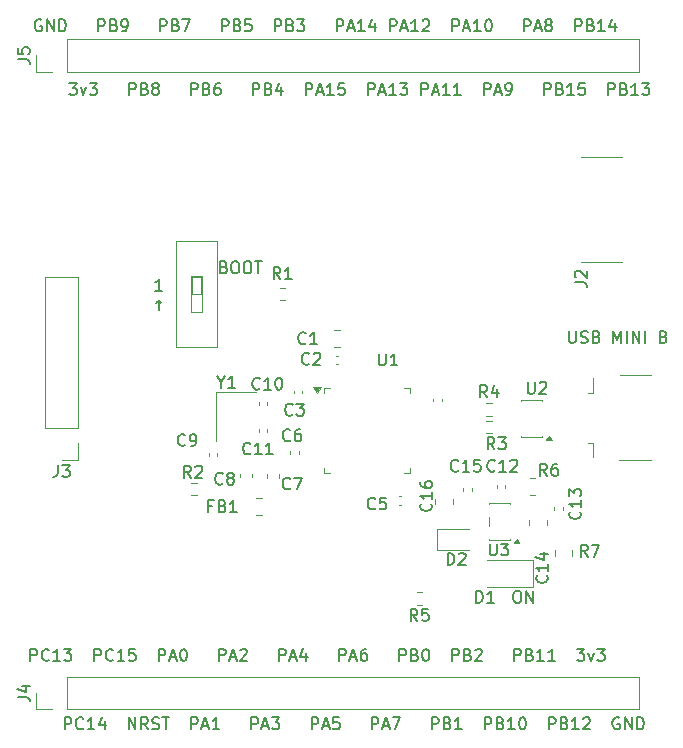
<source format=gto>
%TF.GenerationSoftware,KiCad,Pcbnew,9.0.5*%
%TF.CreationDate,2025-11-25T11:42:17+01:00*%
%TF.ProjectId,PTP,5054502e-6b69-4636-9164-5f7063625858,rev?*%
%TF.SameCoordinates,Original*%
%TF.FileFunction,Legend,Top*%
%TF.FilePolarity,Positive*%
%FSLAX46Y46*%
G04 Gerber Fmt 4.6, Leading zero omitted, Abs format (unit mm)*
G04 Created by KiCad (PCBNEW 9.0.5) date 2025-11-25 11:42:17*
%MOMM*%
%LPD*%
G01*
G04 APERTURE LIST*
%ADD10C,0.153000*%
%ADD11C,0.160000*%
%ADD12C,0.100000*%
%ADD13C,0.120000*%
G04 APERTURE END LIST*
D10*
X86443514Y-80369663D02*
X87062561Y-80369663D01*
X87062561Y-80369663D02*
X86729228Y-80750615D01*
X86729228Y-80750615D02*
X86872085Y-80750615D01*
X86872085Y-80750615D02*
X86967323Y-80798234D01*
X86967323Y-80798234D02*
X87014942Y-80845853D01*
X87014942Y-80845853D02*
X87062561Y-80941091D01*
X87062561Y-80941091D02*
X87062561Y-81179186D01*
X87062561Y-81179186D02*
X87014942Y-81274424D01*
X87014942Y-81274424D02*
X86967323Y-81322044D01*
X86967323Y-81322044D02*
X86872085Y-81369663D01*
X86872085Y-81369663D02*
X86586371Y-81369663D01*
X86586371Y-81369663D02*
X86491133Y-81322044D01*
X86491133Y-81322044D02*
X86443514Y-81274424D01*
X87395895Y-80702996D02*
X87633990Y-81369663D01*
X87633990Y-81369663D02*
X87872085Y-80702996D01*
X88157800Y-80369663D02*
X88776847Y-80369663D01*
X88776847Y-80369663D02*
X88443514Y-80750615D01*
X88443514Y-80750615D02*
X88586371Y-80750615D01*
X88586371Y-80750615D02*
X88681609Y-80798234D01*
X88681609Y-80798234D02*
X88729228Y-80845853D01*
X88729228Y-80845853D02*
X88776847Y-80941091D01*
X88776847Y-80941091D02*
X88776847Y-81179186D01*
X88776847Y-81179186D02*
X88729228Y-81274424D01*
X88729228Y-81274424D02*
X88681609Y-81322044D01*
X88681609Y-81322044D02*
X88586371Y-81369663D01*
X88586371Y-81369663D02*
X88300657Y-81369663D01*
X88300657Y-81369663D02*
X88205419Y-81322044D01*
X88205419Y-81322044D02*
X88157800Y-81274424D01*
X91491134Y-81369663D02*
X91491134Y-80369663D01*
X91491134Y-80369663D02*
X91872086Y-80369663D01*
X91872086Y-80369663D02*
X91967324Y-80417282D01*
X91967324Y-80417282D02*
X92014943Y-80464901D01*
X92014943Y-80464901D02*
X92062562Y-80560139D01*
X92062562Y-80560139D02*
X92062562Y-80702996D01*
X92062562Y-80702996D02*
X92014943Y-80798234D01*
X92014943Y-80798234D02*
X91967324Y-80845853D01*
X91967324Y-80845853D02*
X91872086Y-80893472D01*
X91872086Y-80893472D02*
X91491134Y-80893472D01*
X92824467Y-80845853D02*
X92967324Y-80893472D01*
X92967324Y-80893472D02*
X93014943Y-80941091D01*
X93014943Y-80941091D02*
X93062562Y-81036329D01*
X93062562Y-81036329D02*
X93062562Y-81179186D01*
X93062562Y-81179186D02*
X93014943Y-81274424D01*
X93014943Y-81274424D02*
X92967324Y-81322044D01*
X92967324Y-81322044D02*
X92872086Y-81369663D01*
X92872086Y-81369663D02*
X92491134Y-81369663D01*
X92491134Y-81369663D02*
X92491134Y-80369663D01*
X92491134Y-80369663D02*
X92824467Y-80369663D01*
X92824467Y-80369663D02*
X92919705Y-80417282D01*
X92919705Y-80417282D02*
X92967324Y-80464901D01*
X92967324Y-80464901D02*
X93014943Y-80560139D01*
X93014943Y-80560139D02*
X93014943Y-80655377D01*
X93014943Y-80655377D02*
X92967324Y-80750615D01*
X92967324Y-80750615D02*
X92919705Y-80798234D01*
X92919705Y-80798234D02*
X92824467Y-80845853D01*
X92824467Y-80845853D02*
X92491134Y-80845853D01*
X93633991Y-80798234D02*
X93538753Y-80750615D01*
X93538753Y-80750615D02*
X93491134Y-80702996D01*
X93491134Y-80702996D02*
X93443515Y-80607758D01*
X93443515Y-80607758D02*
X93443515Y-80560139D01*
X93443515Y-80560139D02*
X93491134Y-80464901D01*
X93491134Y-80464901D02*
X93538753Y-80417282D01*
X93538753Y-80417282D02*
X93633991Y-80369663D01*
X93633991Y-80369663D02*
X93824467Y-80369663D01*
X93824467Y-80369663D02*
X93919705Y-80417282D01*
X93919705Y-80417282D02*
X93967324Y-80464901D01*
X93967324Y-80464901D02*
X94014943Y-80560139D01*
X94014943Y-80560139D02*
X94014943Y-80607758D01*
X94014943Y-80607758D02*
X93967324Y-80702996D01*
X93967324Y-80702996D02*
X93919705Y-80750615D01*
X93919705Y-80750615D02*
X93824467Y-80798234D01*
X93824467Y-80798234D02*
X93633991Y-80798234D01*
X93633991Y-80798234D02*
X93538753Y-80845853D01*
X93538753Y-80845853D02*
X93491134Y-80893472D01*
X93491134Y-80893472D02*
X93443515Y-80988710D01*
X93443515Y-80988710D02*
X93443515Y-81179186D01*
X93443515Y-81179186D02*
X93491134Y-81274424D01*
X93491134Y-81274424D02*
X93538753Y-81322044D01*
X93538753Y-81322044D02*
X93633991Y-81369663D01*
X93633991Y-81369663D02*
X93824467Y-81369663D01*
X93824467Y-81369663D02*
X93919705Y-81322044D01*
X93919705Y-81322044D02*
X93967324Y-81274424D01*
X93967324Y-81274424D02*
X94014943Y-81179186D01*
X94014943Y-81179186D02*
X94014943Y-80988710D01*
X94014943Y-80988710D02*
X93967324Y-80893472D01*
X93967324Y-80893472D02*
X93919705Y-80845853D01*
X93919705Y-80845853D02*
X93824467Y-80798234D01*
X96729230Y-81369663D02*
X96729230Y-80369663D01*
X96729230Y-80369663D02*
X97110182Y-80369663D01*
X97110182Y-80369663D02*
X97205420Y-80417282D01*
X97205420Y-80417282D02*
X97253039Y-80464901D01*
X97253039Y-80464901D02*
X97300658Y-80560139D01*
X97300658Y-80560139D02*
X97300658Y-80702996D01*
X97300658Y-80702996D02*
X97253039Y-80798234D01*
X97253039Y-80798234D02*
X97205420Y-80845853D01*
X97205420Y-80845853D02*
X97110182Y-80893472D01*
X97110182Y-80893472D02*
X96729230Y-80893472D01*
X98062563Y-80845853D02*
X98205420Y-80893472D01*
X98205420Y-80893472D02*
X98253039Y-80941091D01*
X98253039Y-80941091D02*
X98300658Y-81036329D01*
X98300658Y-81036329D02*
X98300658Y-81179186D01*
X98300658Y-81179186D02*
X98253039Y-81274424D01*
X98253039Y-81274424D02*
X98205420Y-81322044D01*
X98205420Y-81322044D02*
X98110182Y-81369663D01*
X98110182Y-81369663D02*
X97729230Y-81369663D01*
X97729230Y-81369663D02*
X97729230Y-80369663D01*
X97729230Y-80369663D02*
X98062563Y-80369663D01*
X98062563Y-80369663D02*
X98157801Y-80417282D01*
X98157801Y-80417282D02*
X98205420Y-80464901D01*
X98205420Y-80464901D02*
X98253039Y-80560139D01*
X98253039Y-80560139D02*
X98253039Y-80655377D01*
X98253039Y-80655377D02*
X98205420Y-80750615D01*
X98205420Y-80750615D02*
X98157801Y-80798234D01*
X98157801Y-80798234D02*
X98062563Y-80845853D01*
X98062563Y-80845853D02*
X97729230Y-80845853D01*
X99157801Y-80369663D02*
X98967325Y-80369663D01*
X98967325Y-80369663D02*
X98872087Y-80417282D01*
X98872087Y-80417282D02*
X98824468Y-80464901D01*
X98824468Y-80464901D02*
X98729230Y-80607758D01*
X98729230Y-80607758D02*
X98681611Y-80798234D01*
X98681611Y-80798234D02*
X98681611Y-81179186D01*
X98681611Y-81179186D02*
X98729230Y-81274424D01*
X98729230Y-81274424D02*
X98776849Y-81322044D01*
X98776849Y-81322044D02*
X98872087Y-81369663D01*
X98872087Y-81369663D02*
X99062563Y-81369663D01*
X99062563Y-81369663D02*
X99157801Y-81322044D01*
X99157801Y-81322044D02*
X99205420Y-81274424D01*
X99205420Y-81274424D02*
X99253039Y-81179186D01*
X99253039Y-81179186D02*
X99253039Y-80941091D01*
X99253039Y-80941091D02*
X99205420Y-80845853D01*
X99205420Y-80845853D02*
X99157801Y-80798234D01*
X99157801Y-80798234D02*
X99062563Y-80750615D01*
X99062563Y-80750615D02*
X98872087Y-80750615D01*
X98872087Y-80750615D02*
X98776849Y-80798234D01*
X98776849Y-80798234D02*
X98729230Y-80845853D01*
X98729230Y-80845853D02*
X98681611Y-80941091D01*
X101967326Y-81369663D02*
X101967326Y-80369663D01*
X101967326Y-80369663D02*
X102348278Y-80369663D01*
X102348278Y-80369663D02*
X102443516Y-80417282D01*
X102443516Y-80417282D02*
X102491135Y-80464901D01*
X102491135Y-80464901D02*
X102538754Y-80560139D01*
X102538754Y-80560139D02*
X102538754Y-80702996D01*
X102538754Y-80702996D02*
X102491135Y-80798234D01*
X102491135Y-80798234D02*
X102443516Y-80845853D01*
X102443516Y-80845853D02*
X102348278Y-80893472D01*
X102348278Y-80893472D02*
X101967326Y-80893472D01*
X103300659Y-80845853D02*
X103443516Y-80893472D01*
X103443516Y-80893472D02*
X103491135Y-80941091D01*
X103491135Y-80941091D02*
X103538754Y-81036329D01*
X103538754Y-81036329D02*
X103538754Y-81179186D01*
X103538754Y-81179186D02*
X103491135Y-81274424D01*
X103491135Y-81274424D02*
X103443516Y-81322044D01*
X103443516Y-81322044D02*
X103348278Y-81369663D01*
X103348278Y-81369663D02*
X102967326Y-81369663D01*
X102967326Y-81369663D02*
X102967326Y-80369663D01*
X102967326Y-80369663D02*
X103300659Y-80369663D01*
X103300659Y-80369663D02*
X103395897Y-80417282D01*
X103395897Y-80417282D02*
X103443516Y-80464901D01*
X103443516Y-80464901D02*
X103491135Y-80560139D01*
X103491135Y-80560139D02*
X103491135Y-80655377D01*
X103491135Y-80655377D02*
X103443516Y-80750615D01*
X103443516Y-80750615D02*
X103395897Y-80798234D01*
X103395897Y-80798234D02*
X103300659Y-80845853D01*
X103300659Y-80845853D02*
X102967326Y-80845853D01*
X104395897Y-80702996D02*
X104395897Y-81369663D01*
X104157802Y-80322044D02*
X103919707Y-81036329D01*
X103919707Y-81036329D02*
X104538754Y-81036329D01*
X106443517Y-81369663D02*
X106443517Y-80369663D01*
X106443517Y-80369663D02*
X106824469Y-80369663D01*
X106824469Y-80369663D02*
X106919707Y-80417282D01*
X106919707Y-80417282D02*
X106967326Y-80464901D01*
X106967326Y-80464901D02*
X107014945Y-80560139D01*
X107014945Y-80560139D02*
X107014945Y-80702996D01*
X107014945Y-80702996D02*
X106967326Y-80798234D01*
X106967326Y-80798234D02*
X106919707Y-80845853D01*
X106919707Y-80845853D02*
X106824469Y-80893472D01*
X106824469Y-80893472D02*
X106443517Y-80893472D01*
X107395898Y-81083948D02*
X107872088Y-81083948D01*
X107300660Y-81369663D02*
X107633993Y-80369663D01*
X107633993Y-80369663D02*
X107967326Y-81369663D01*
X108824469Y-81369663D02*
X108253041Y-81369663D01*
X108538755Y-81369663D02*
X108538755Y-80369663D01*
X108538755Y-80369663D02*
X108443517Y-80512520D01*
X108443517Y-80512520D02*
X108348279Y-80607758D01*
X108348279Y-80607758D02*
X108253041Y-80655377D01*
X109729231Y-80369663D02*
X109253041Y-80369663D01*
X109253041Y-80369663D02*
X109205422Y-80845853D01*
X109205422Y-80845853D02*
X109253041Y-80798234D01*
X109253041Y-80798234D02*
X109348279Y-80750615D01*
X109348279Y-80750615D02*
X109586374Y-80750615D01*
X109586374Y-80750615D02*
X109681612Y-80798234D01*
X109681612Y-80798234D02*
X109729231Y-80845853D01*
X109729231Y-80845853D02*
X109776850Y-80941091D01*
X109776850Y-80941091D02*
X109776850Y-81179186D01*
X109776850Y-81179186D02*
X109729231Y-81274424D01*
X109729231Y-81274424D02*
X109681612Y-81322044D01*
X109681612Y-81322044D02*
X109586374Y-81369663D01*
X109586374Y-81369663D02*
X109348279Y-81369663D01*
X109348279Y-81369663D02*
X109253041Y-81322044D01*
X109253041Y-81322044D02*
X109205422Y-81274424D01*
X111729232Y-81369663D02*
X111729232Y-80369663D01*
X111729232Y-80369663D02*
X112110184Y-80369663D01*
X112110184Y-80369663D02*
X112205422Y-80417282D01*
X112205422Y-80417282D02*
X112253041Y-80464901D01*
X112253041Y-80464901D02*
X112300660Y-80560139D01*
X112300660Y-80560139D02*
X112300660Y-80702996D01*
X112300660Y-80702996D02*
X112253041Y-80798234D01*
X112253041Y-80798234D02*
X112205422Y-80845853D01*
X112205422Y-80845853D02*
X112110184Y-80893472D01*
X112110184Y-80893472D02*
X111729232Y-80893472D01*
X112681613Y-81083948D02*
X113157803Y-81083948D01*
X112586375Y-81369663D02*
X112919708Y-80369663D01*
X112919708Y-80369663D02*
X113253041Y-81369663D01*
X114110184Y-81369663D02*
X113538756Y-81369663D01*
X113824470Y-81369663D02*
X113824470Y-80369663D01*
X113824470Y-80369663D02*
X113729232Y-80512520D01*
X113729232Y-80512520D02*
X113633994Y-80607758D01*
X113633994Y-80607758D02*
X113538756Y-80655377D01*
X114443518Y-80369663D02*
X115062565Y-80369663D01*
X115062565Y-80369663D02*
X114729232Y-80750615D01*
X114729232Y-80750615D02*
X114872089Y-80750615D01*
X114872089Y-80750615D02*
X114967327Y-80798234D01*
X114967327Y-80798234D02*
X115014946Y-80845853D01*
X115014946Y-80845853D02*
X115062565Y-80941091D01*
X115062565Y-80941091D02*
X115062565Y-81179186D01*
X115062565Y-81179186D02*
X115014946Y-81274424D01*
X115014946Y-81274424D02*
X114967327Y-81322044D01*
X114967327Y-81322044D02*
X114872089Y-81369663D01*
X114872089Y-81369663D02*
X114586375Y-81369663D01*
X114586375Y-81369663D02*
X114491137Y-81322044D01*
X114491137Y-81322044D02*
X114443518Y-81274424D01*
X116253042Y-81369663D02*
X116253042Y-80369663D01*
X116253042Y-80369663D02*
X116633994Y-80369663D01*
X116633994Y-80369663D02*
X116729232Y-80417282D01*
X116729232Y-80417282D02*
X116776851Y-80464901D01*
X116776851Y-80464901D02*
X116824470Y-80560139D01*
X116824470Y-80560139D02*
X116824470Y-80702996D01*
X116824470Y-80702996D02*
X116776851Y-80798234D01*
X116776851Y-80798234D02*
X116729232Y-80845853D01*
X116729232Y-80845853D02*
X116633994Y-80893472D01*
X116633994Y-80893472D02*
X116253042Y-80893472D01*
X117205423Y-81083948D02*
X117681613Y-81083948D01*
X117110185Y-81369663D02*
X117443518Y-80369663D01*
X117443518Y-80369663D02*
X117776851Y-81369663D01*
X118633994Y-81369663D02*
X118062566Y-81369663D01*
X118348280Y-81369663D02*
X118348280Y-80369663D01*
X118348280Y-80369663D02*
X118253042Y-80512520D01*
X118253042Y-80512520D02*
X118157804Y-80607758D01*
X118157804Y-80607758D02*
X118062566Y-80655377D01*
X119586375Y-81369663D02*
X119014947Y-81369663D01*
X119300661Y-81369663D02*
X119300661Y-80369663D01*
X119300661Y-80369663D02*
X119205423Y-80512520D01*
X119205423Y-80512520D02*
X119110185Y-80607758D01*
X119110185Y-80607758D02*
X119014947Y-80655377D01*
X121538757Y-81369663D02*
X121538757Y-80369663D01*
X121538757Y-80369663D02*
X121919709Y-80369663D01*
X121919709Y-80369663D02*
X122014947Y-80417282D01*
X122014947Y-80417282D02*
X122062566Y-80464901D01*
X122062566Y-80464901D02*
X122110185Y-80560139D01*
X122110185Y-80560139D02*
X122110185Y-80702996D01*
X122110185Y-80702996D02*
X122062566Y-80798234D01*
X122062566Y-80798234D02*
X122014947Y-80845853D01*
X122014947Y-80845853D02*
X121919709Y-80893472D01*
X121919709Y-80893472D02*
X121538757Y-80893472D01*
X122491138Y-81083948D02*
X122967328Y-81083948D01*
X122395900Y-81369663D02*
X122729233Y-80369663D01*
X122729233Y-80369663D02*
X123062566Y-81369663D01*
X123443519Y-81369663D02*
X123633995Y-81369663D01*
X123633995Y-81369663D02*
X123729233Y-81322044D01*
X123729233Y-81322044D02*
X123776852Y-81274424D01*
X123776852Y-81274424D02*
X123872090Y-81131567D01*
X123872090Y-81131567D02*
X123919709Y-80941091D01*
X123919709Y-80941091D02*
X123919709Y-80560139D01*
X123919709Y-80560139D02*
X123872090Y-80464901D01*
X123872090Y-80464901D02*
X123824471Y-80417282D01*
X123824471Y-80417282D02*
X123729233Y-80369663D01*
X123729233Y-80369663D02*
X123538757Y-80369663D01*
X123538757Y-80369663D02*
X123443519Y-80417282D01*
X123443519Y-80417282D02*
X123395900Y-80464901D01*
X123395900Y-80464901D02*
X123348281Y-80560139D01*
X123348281Y-80560139D02*
X123348281Y-80798234D01*
X123348281Y-80798234D02*
X123395900Y-80893472D01*
X123395900Y-80893472D02*
X123443519Y-80941091D01*
X123443519Y-80941091D02*
X123538757Y-80988710D01*
X123538757Y-80988710D02*
X123729233Y-80988710D01*
X123729233Y-80988710D02*
X123824471Y-80941091D01*
X123824471Y-80941091D02*
X123872090Y-80893472D01*
X123872090Y-80893472D02*
X123919709Y-80798234D01*
X126633996Y-81369663D02*
X126633996Y-80369663D01*
X126633996Y-80369663D02*
X127014948Y-80369663D01*
X127014948Y-80369663D02*
X127110186Y-80417282D01*
X127110186Y-80417282D02*
X127157805Y-80464901D01*
X127157805Y-80464901D02*
X127205424Y-80560139D01*
X127205424Y-80560139D02*
X127205424Y-80702996D01*
X127205424Y-80702996D02*
X127157805Y-80798234D01*
X127157805Y-80798234D02*
X127110186Y-80845853D01*
X127110186Y-80845853D02*
X127014948Y-80893472D01*
X127014948Y-80893472D02*
X126633996Y-80893472D01*
X127967329Y-80845853D02*
X128110186Y-80893472D01*
X128110186Y-80893472D02*
X128157805Y-80941091D01*
X128157805Y-80941091D02*
X128205424Y-81036329D01*
X128205424Y-81036329D02*
X128205424Y-81179186D01*
X128205424Y-81179186D02*
X128157805Y-81274424D01*
X128157805Y-81274424D02*
X128110186Y-81322044D01*
X128110186Y-81322044D02*
X128014948Y-81369663D01*
X128014948Y-81369663D02*
X127633996Y-81369663D01*
X127633996Y-81369663D02*
X127633996Y-80369663D01*
X127633996Y-80369663D02*
X127967329Y-80369663D01*
X127967329Y-80369663D02*
X128062567Y-80417282D01*
X128062567Y-80417282D02*
X128110186Y-80464901D01*
X128110186Y-80464901D02*
X128157805Y-80560139D01*
X128157805Y-80560139D02*
X128157805Y-80655377D01*
X128157805Y-80655377D02*
X128110186Y-80750615D01*
X128110186Y-80750615D02*
X128062567Y-80798234D01*
X128062567Y-80798234D02*
X127967329Y-80845853D01*
X127967329Y-80845853D02*
X127633996Y-80845853D01*
X129157805Y-81369663D02*
X128586377Y-81369663D01*
X128872091Y-81369663D02*
X128872091Y-80369663D01*
X128872091Y-80369663D02*
X128776853Y-80512520D01*
X128776853Y-80512520D02*
X128681615Y-80607758D01*
X128681615Y-80607758D02*
X128586377Y-80655377D01*
X130062567Y-80369663D02*
X129586377Y-80369663D01*
X129586377Y-80369663D02*
X129538758Y-80845853D01*
X129538758Y-80845853D02*
X129586377Y-80798234D01*
X129586377Y-80798234D02*
X129681615Y-80750615D01*
X129681615Y-80750615D02*
X129919710Y-80750615D01*
X129919710Y-80750615D02*
X130014948Y-80798234D01*
X130014948Y-80798234D02*
X130062567Y-80845853D01*
X130062567Y-80845853D02*
X130110186Y-80941091D01*
X130110186Y-80941091D02*
X130110186Y-81179186D01*
X130110186Y-81179186D02*
X130062567Y-81274424D01*
X130062567Y-81274424D02*
X130014948Y-81322044D01*
X130014948Y-81322044D02*
X129919710Y-81369663D01*
X129919710Y-81369663D02*
X129681615Y-81369663D01*
X129681615Y-81369663D02*
X129586377Y-81322044D01*
X129586377Y-81322044D02*
X129538758Y-81274424D01*
X132062568Y-81369663D02*
X132062568Y-80369663D01*
X132062568Y-80369663D02*
X132443520Y-80369663D01*
X132443520Y-80369663D02*
X132538758Y-80417282D01*
X132538758Y-80417282D02*
X132586377Y-80464901D01*
X132586377Y-80464901D02*
X132633996Y-80560139D01*
X132633996Y-80560139D02*
X132633996Y-80702996D01*
X132633996Y-80702996D02*
X132586377Y-80798234D01*
X132586377Y-80798234D02*
X132538758Y-80845853D01*
X132538758Y-80845853D02*
X132443520Y-80893472D01*
X132443520Y-80893472D02*
X132062568Y-80893472D01*
X133395901Y-80845853D02*
X133538758Y-80893472D01*
X133538758Y-80893472D02*
X133586377Y-80941091D01*
X133586377Y-80941091D02*
X133633996Y-81036329D01*
X133633996Y-81036329D02*
X133633996Y-81179186D01*
X133633996Y-81179186D02*
X133586377Y-81274424D01*
X133586377Y-81274424D02*
X133538758Y-81322044D01*
X133538758Y-81322044D02*
X133443520Y-81369663D01*
X133443520Y-81369663D02*
X133062568Y-81369663D01*
X133062568Y-81369663D02*
X133062568Y-80369663D01*
X133062568Y-80369663D02*
X133395901Y-80369663D01*
X133395901Y-80369663D02*
X133491139Y-80417282D01*
X133491139Y-80417282D02*
X133538758Y-80464901D01*
X133538758Y-80464901D02*
X133586377Y-80560139D01*
X133586377Y-80560139D02*
X133586377Y-80655377D01*
X133586377Y-80655377D02*
X133538758Y-80750615D01*
X133538758Y-80750615D02*
X133491139Y-80798234D01*
X133491139Y-80798234D02*
X133395901Y-80845853D01*
X133395901Y-80845853D02*
X133062568Y-80845853D01*
X134586377Y-81369663D02*
X134014949Y-81369663D01*
X134300663Y-81369663D02*
X134300663Y-80369663D01*
X134300663Y-80369663D02*
X134205425Y-80512520D01*
X134205425Y-80512520D02*
X134110187Y-80607758D01*
X134110187Y-80607758D02*
X134014949Y-80655377D01*
X134919711Y-80369663D02*
X135538758Y-80369663D01*
X135538758Y-80369663D02*
X135205425Y-80750615D01*
X135205425Y-80750615D02*
X135348282Y-80750615D01*
X135348282Y-80750615D02*
X135443520Y-80798234D01*
X135443520Y-80798234D02*
X135491139Y-80845853D01*
X135491139Y-80845853D02*
X135538758Y-80941091D01*
X135538758Y-80941091D02*
X135538758Y-81179186D01*
X135538758Y-81179186D02*
X135491139Y-81274424D01*
X135491139Y-81274424D02*
X135443520Y-81322044D01*
X135443520Y-81322044D02*
X135348282Y-81369663D01*
X135348282Y-81369663D02*
X135062568Y-81369663D01*
X135062568Y-81369663D02*
X134967330Y-81322044D01*
X134967330Y-81322044D02*
X134919711Y-81274424D01*
X84062561Y-75017282D02*
X83967323Y-74969663D01*
X83967323Y-74969663D02*
X83824466Y-74969663D01*
X83824466Y-74969663D02*
X83681609Y-75017282D01*
X83681609Y-75017282D02*
X83586371Y-75112520D01*
X83586371Y-75112520D02*
X83538752Y-75207758D01*
X83538752Y-75207758D02*
X83491133Y-75398234D01*
X83491133Y-75398234D02*
X83491133Y-75541091D01*
X83491133Y-75541091D02*
X83538752Y-75731567D01*
X83538752Y-75731567D02*
X83586371Y-75826805D01*
X83586371Y-75826805D02*
X83681609Y-75922044D01*
X83681609Y-75922044D02*
X83824466Y-75969663D01*
X83824466Y-75969663D02*
X83919704Y-75969663D01*
X83919704Y-75969663D02*
X84062561Y-75922044D01*
X84062561Y-75922044D02*
X84110180Y-75874424D01*
X84110180Y-75874424D02*
X84110180Y-75541091D01*
X84110180Y-75541091D02*
X83919704Y-75541091D01*
X84538752Y-75969663D02*
X84538752Y-74969663D01*
X84538752Y-74969663D02*
X85110180Y-75969663D01*
X85110180Y-75969663D02*
X85110180Y-74969663D01*
X85586371Y-75969663D02*
X85586371Y-74969663D01*
X85586371Y-74969663D02*
X85824466Y-74969663D01*
X85824466Y-74969663D02*
X85967323Y-75017282D01*
X85967323Y-75017282D02*
X86062561Y-75112520D01*
X86062561Y-75112520D02*
X86110180Y-75207758D01*
X86110180Y-75207758D02*
X86157799Y-75398234D01*
X86157799Y-75398234D02*
X86157799Y-75541091D01*
X86157799Y-75541091D02*
X86110180Y-75731567D01*
X86110180Y-75731567D02*
X86062561Y-75826805D01*
X86062561Y-75826805D02*
X85967323Y-75922044D01*
X85967323Y-75922044D02*
X85824466Y-75969663D01*
X85824466Y-75969663D02*
X85586371Y-75969663D01*
X88872086Y-75969663D02*
X88872086Y-74969663D01*
X88872086Y-74969663D02*
X89253038Y-74969663D01*
X89253038Y-74969663D02*
X89348276Y-75017282D01*
X89348276Y-75017282D02*
X89395895Y-75064901D01*
X89395895Y-75064901D02*
X89443514Y-75160139D01*
X89443514Y-75160139D02*
X89443514Y-75302996D01*
X89443514Y-75302996D02*
X89395895Y-75398234D01*
X89395895Y-75398234D02*
X89348276Y-75445853D01*
X89348276Y-75445853D02*
X89253038Y-75493472D01*
X89253038Y-75493472D02*
X88872086Y-75493472D01*
X90205419Y-75445853D02*
X90348276Y-75493472D01*
X90348276Y-75493472D02*
X90395895Y-75541091D01*
X90395895Y-75541091D02*
X90443514Y-75636329D01*
X90443514Y-75636329D02*
X90443514Y-75779186D01*
X90443514Y-75779186D02*
X90395895Y-75874424D01*
X90395895Y-75874424D02*
X90348276Y-75922044D01*
X90348276Y-75922044D02*
X90253038Y-75969663D01*
X90253038Y-75969663D02*
X89872086Y-75969663D01*
X89872086Y-75969663D02*
X89872086Y-74969663D01*
X89872086Y-74969663D02*
X90205419Y-74969663D01*
X90205419Y-74969663D02*
X90300657Y-75017282D01*
X90300657Y-75017282D02*
X90348276Y-75064901D01*
X90348276Y-75064901D02*
X90395895Y-75160139D01*
X90395895Y-75160139D02*
X90395895Y-75255377D01*
X90395895Y-75255377D02*
X90348276Y-75350615D01*
X90348276Y-75350615D02*
X90300657Y-75398234D01*
X90300657Y-75398234D02*
X90205419Y-75445853D01*
X90205419Y-75445853D02*
X89872086Y-75445853D01*
X90919705Y-75969663D02*
X91110181Y-75969663D01*
X91110181Y-75969663D02*
X91205419Y-75922044D01*
X91205419Y-75922044D02*
X91253038Y-75874424D01*
X91253038Y-75874424D02*
X91348276Y-75731567D01*
X91348276Y-75731567D02*
X91395895Y-75541091D01*
X91395895Y-75541091D02*
X91395895Y-75160139D01*
X91395895Y-75160139D02*
X91348276Y-75064901D01*
X91348276Y-75064901D02*
X91300657Y-75017282D01*
X91300657Y-75017282D02*
X91205419Y-74969663D01*
X91205419Y-74969663D02*
X91014943Y-74969663D01*
X91014943Y-74969663D02*
X90919705Y-75017282D01*
X90919705Y-75017282D02*
X90872086Y-75064901D01*
X90872086Y-75064901D02*
X90824467Y-75160139D01*
X90824467Y-75160139D02*
X90824467Y-75398234D01*
X90824467Y-75398234D02*
X90872086Y-75493472D01*
X90872086Y-75493472D02*
X90919705Y-75541091D01*
X90919705Y-75541091D02*
X91014943Y-75588710D01*
X91014943Y-75588710D02*
X91205419Y-75588710D01*
X91205419Y-75588710D02*
X91300657Y-75541091D01*
X91300657Y-75541091D02*
X91348276Y-75493472D01*
X91348276Y-75493472D02*
X91395895Y-75398234D01*
X94110182Y-75969663D02*
X94110182Y-74969663D01*
X94110182Y-74969663D02*
X94491134Y-74969663D01*
X94491134Y-74969663D02*
X94586372Y-75017282D01*
X94586372Y-75017282D02*
X94633991Y-75064901D01*
X94633991Y-75064901D02*
X94681610Y-75160139D01*
X94681610Y-75160139D02*
X94681610Y-75302996D01*
X94681610Y-75302996D02*
X94633991Y-75398234D01*
X94633991Y-75398234D02*
X94586372Y-75445853D01*
X94586372Y-75445853D02*
X94491134Y-75493472D01*
X94491134Y-75493472D02*
X94110182Y-75493472D01*
X95443515Y-75445853D02*
X95586372Y-75493472D01*
X95586372Y-75493472D02*
X95633991Y-75541091D01*
X95633991Y-75541091D02*
X95681610Y-75636329D01*
X95681610Y-75636329D02*
X95681610Y-75779186D01*
X95681610Y-75779186D02*
X95633991Y-75874424D01*
X95633991Y-75874424D02*
X95586372Y-75922044D01*
X95586372Y-75922044D02*
X95491134Y-75969663D01*
X95491134Y-75969663D02*
X95110182Y-75969663D01*
X95110182Y-75969663D02*
X95110182Y-74969663D01*
X95110182Y-74969663D02*
X95443515Y-74969663D01*
X95443515Y-74969663D02*
X95538753Y-75017282D01*
X95538753Y-75017282D02*
X95586372Y-75064901D01*
X95586372Y-75064901D02*
X95633991Y-75160139D01*
X95633991Y-75160139D02*
X95633991Y-75255377D01*
X95633991Y-75255377D02*
X95586372Y-75350615D01*
X95586372Y-75350615D02*
X95538753Y-75398234D01*
X95538753Y-75398234D02*
X95443515Y-75445853D01*
X95443515Y-75445853D02*
X95110182Y-75445853D01*
X96014944Y-74969663D02*
X96681610Y-74969663D01*
X96681610Y-74969663D02*
X96253039Y-75969663D01*
X99348278Y-75969663D02*
X99348278Y-74969663D01*
X99348278Y-74969663D02*
X99729230Y-74969663D01*
X99729230Y-74969663D02*
X99824468Y-75017282D01*
X99824468Y-75017282D02*
X99872087Y-75064901D01*
X99872087Y-75064901D02*
X99919706Y-75160139D01*
X99919706Y-75160139D02*
X99919706Y-75302996D01*
X99919706Y-75302996D02*
X99872087Y-75398234D01*
X99872087Y-75398234D02*
X99824468Y-75445853D01*
X99824468Y-75445853D02*
X99729230Y-75493472D01*
X99729230Y-75493472D02*
X99348278Y-75493472D01*
X100681611Y-75445853D02*
X100824468Y-75493472D01*
X100824468Y-75493472D02*
X100872087Y-75541091D01*
X100872087Y-75541091D02*
X100919706Y-75636329D01*
X100919706Y-75636329D02*
X100919706Y-75779186D01*
X100919706Y-75779186D02*
X100872087Y-75874424D01*
X100872087Y-75874424D02*
X100824468Y-75922044D01*
X100824468Y-75922044D02*
X100729230Y-75969663D01*
X100729230Y-75969663D02*
X100348278Y-75969663D01*
X100348278Y-75969663D02*
X100348278Y-74969663D01*
X100348278Y-74969663D02*
X100681611Y-74969663D01*
X100681611Y-74969663D02*
X100776849Y-75017282D01*
X100776849Y-75017282D02*
X100824468Y-75064901D01*
X100824468Y-75064901D02*
X100872087Y-75160139D01*
X100872087Y-75160139D02*
X100872087Y-75255377D01*
X100872087Y-75255377D02*
X100824468Y-75350615D01*
X100824468Y-75350615D02*
X100776849Y-75398234D01*
X100776849Y-75398234D02*
X100681611Y-75445853D01*
X100681611Y-75445853D02*
X100348278Y-75445853D01*
X101824468Y-74969663D02*
X101348278Y-74969663D01*
X101348278Y-74969663D02*
X101300659Y-75445853D01*
X101300659Y-75445853D02*
X101348278Y-75398234D01*
X101348278Y-75398234D02*
X101443516Y-75350615D01*
X101443516Y-75350615D02*
X101681611Y-75350615D01*
X101681611Y-75350615D02*
X101776849Y-75398234D01*
X101776849Y-75398234D02*
X101824468Y-75445853D01*
X101824468Y-75445853D02*
X101872087Y-75541091D01*
X101872087Y-75541091D02*
X101872087Y-75779186D01*
X101872087Y-75779186D02*
X101824468Y-75874424D01*
X101824468Y-75874424D02*
X101776849Y-75922044D01*
X101776849Y-75922044D02*
X101681611Y-75969663D01*
X101681611Y-75969663D02*
X101443516Y-75969663D01*
X101443516Y-75969663D02*
X101348278Y-75922044D01*
X101348278Y-75922044D02*
X101300659Y-75874424D01*
X103824469Y-75969663D02*
X103824469Y-74969663D01*
X103824469Y-74969663D02*
X104205421Y-74969663D01*
X104205421Y-74969663D02*
X104300659Y-75017282D01*
X104300659Y-75017282D02*
X104348278Y-75064901D01*
X104348278Y-75064901D02*
X104395897Y-75160139D01*
X104395897Y-75160139D02*
X104395897Y-75302996D01*
X104395897Y-75302996D02*
X104348278Y-75398234D01*
X104348278Y-75398234D02*
X104300659Y-75445853D01*
X104300659Y-75445853D02*
X104205421Y-75493472D01*
X104205421Y-75493472D02*
X103824469Y-75493472D01*
X105157802Y-75445853D02*
X105300659Y-75493472D01*
X105300659Y-75493472D02*
X105348278Y-75541091D01*
X105348278Y-75541091D02*
X105395897Y-75636329D01*
X105395897Y-75636329D02*
X105395897Y-75779186D01*
X105395897Y-75779186D02*
X105348278Y-75874424D01*
X105348278Y-75874424D02*
X105300659Y-75922044D01*
X105300659Y-75922044D02*
X105205421Y-75969663D01*
X105205421Y-75969663D02*
X104824469Y-75969663D01*
X104824469Y-75969663D02*
X104824469Y-74969663D01*
X104824469Y-74969663D02*
X105157802Y-74969663D01*
X105157802Y-74969663D02*
X105253040Y-75017282D01*
X105253040Y-75017282D02*
X105300659Y-75064901D01*
X105300659Y-75064901D02*
X105348278Y-75160139D01*
X105348278Y-75160139D02*
X105348278Y-75255377D01*
X105348278Y-75255377D02*
X105300659Y-75350615D01*
X105300659Y-75350615D02*
X105253040Y-75398234D01*
X105253040Y-75398234D02*
X105157802Y-75445853D01*
X105157802Y-75445853D02*
X104824469Y-75445853D01*
X105729231Y-74969663D02*
X106348278Y-74969663D01*
X106348278Y-74969663D02*
X106014945Y-75350615D01*
X106014945Y-75350615D02*
X106157802Y-75350615D01*
X106157802Y-75350615D02*
X106253040Y-75398234D01*
X106253040Y-75398234D02*
X106300659Y-75445853D01*
X106300659Y-75445853D02*
X106348278Y-75541091D01*
X106348278Y-75541091D02*
X106348278Y-75779186D01*
X106348278Y-75779186D02*
X106300659Y-75874424D01*
X106300659Y-75874424D02*
X106253040Y-75922044D01*
X106253040Y-75922044D02*
X106157802Y-75969663D01*
X106157802Y-75969663D02*
X105872088Y-75969663D01*
X105872088Y-75969663D02*
X105776850Y-75922044D01*
X105776850Y-75922044D02*
X105729231Y-75874424D01*
X109062565Y-75969663D02*
X109062565Y-74969663D01*
X109062565Y-74969663D02*
X109443517Y-74969663D01*
X109443517Y-74969663D02*
X109538755Y-75017282D01*
X109538755Y-75017282D02*
X109586374Y-75064901D01*
X109586374Y-75064901D02*
X109633993Y-75160139D01*
X109633993Y-75160139D02*
X109633993Y-75302996D01*
X109633993Y-75302996D02*
X109586374Y-75398234D01*
X109586374Y-75398234D02*
X109538755Y-75445853D01*
X109538755Y-75445853D02*
X109443517Y-75493472D01*
X109443517Y-75493472D02*
X109062565Y-75493472D01*
X110014946Y-75683948D02*
X110491136Y-75683948D01*
X109919708Y-75969663D02*
X110253041Y-74969663D01*
X110253041Y-74969663D02*
X110586374Y-75969663D01*
X111443517Y-75969663D02*
X110872089Y-75969663D01*
X111157803Y-75969663D02*
X111157803Y-74969663D01*
X111157803Y-74969663D02*
X111062565Y-75112520D01*
X111062565Y-75112520D02*
X110967327Y-75207758D01*
X110967327Y-75207758D02*
X110872089Y-75255377D01*
X112300660Y-75302996D02*
X112300660Y-75969663D01*
X112062565Y-74922044D02*
X111824470Y-75636329D01*
X111824470Y-75636329D02*
X112443517Y-75636329D01*
X113586375Y-75969663D02*
X113586375Y-74969663D01*
X113586375Y-74969663D02*
X113967327Y-74969663D01*
X113967327Y-74969663D02*
X114062565Y-75017282D01*
X114062565Y-75017282D02*
X114110184Y-75064901D01*
X114110184Y-75064901D02*
X114157803Y-75160139D01*
X114157803Y-75160139D02*
X114157803Y-75302996D01*
X114157803Y-75302996D02*
X114110184Y-75398234D01*
X114110184Y-75398234D02*
X114062565Y-75445853D01*
X114062565Y-75445853D02*
X113967327Y-75493472D01*
X113967327Y-75493472D02*
X113586375Y-75493472D01*
X114538756Y-75683948D02*
X115014946Y-75683948D01*
X114443518Y-75969663D02*
X114776851Y-74969663D01*
X114776851Y-74969663D02*
X115110184Y-75969663D01*
X115967327Y-75969663D02*
X115395899Y-75969663D01*
X115681613Y-75969663D02*
X115681613Y-74969663D01*
X115681613Y-74969663D02*
X115586375Y-75112520D01*
X115586375Y-75112520D02*
X115491137Y-75207758D01*
X115491137Y-75207758D02*
X115395899Y-75255377D01*
X116348280Y-75064901D02*
X116395899Y-75017282D01*
X116395899Y-75017282D02*
X116491137Y-74969663D01*
X116491137Y-74969663D02*
X116729232Y-74969663D01*
X116729232Y-74969663D02*
X116824470Y-75017282D01*
X116824470Y-75017282D02*
X116872089Y-75064901D01*
X116872089Y-75064901D02*
X116919708Y-75160139D01*
X116919708Y-75160139D02*
X116919708Y-75255377D01*
X116919708Y-75255377D02*
X116872089Y-75398234D01*
X116872089Y-75398234D02*
X116300661Y-75969663D01*
X116300661Y-75969663D02*
X116919708Y-75969663D01*
X118872090Y-75969663D02*
X118872090Y-74969663D01*
X118872090Y-74969663D02*
X119253042Y-74969663D01*
X119253042Y-74969663D02*
X119348280Y-75017282D01*
X119348280Y-75017282D02*
X119395899Y-75064901D01*
X119395899Y-75064901D02*
X119443518Y-75160139D01*
X119443518Y-75160139D02*
X119443518Y-75302996D01*
X119443518Y-75302996D02*
X119395899Y-75398234D01*
X119395899Y-75398234D02*
X119348280Y-75445853D01*
X119348280Y-75445853D02*
X119253042Y-75493472D01*
X119253042Y-75493472D02*
X118872090Y-75493472D01*
X119824471Y-75683948D02*
X120300661Y-75683948D01*
X119729233Y-75969663D02*
X120062566Y-74969663D01*
X120062566Y-74969663D02*
X120395899Y-75969663D01*
X121253042Y-75969663D02*
X120681614Y-75969663D01*
X120967328Y-75969663D02*
X120967328Y-74969663D01*
X120967328Y-74969663D02*
X120872090Y-75112520D01*
X120872090Y-75112520D02*
X120776852Y-75207758D01*
X120776852Y-75207758D02*
X120681614Y-75255377D01*
X121872090Y-74969663D02*
X121967328Y-74969663D01*
X121967328Y-74969663D02*
X122062566Y-75017282D01*
X122062566Y-75017282D02*
X122110185Y-75064901D01*
X122110185Y-75064901D02*
X122157804Y-75160139D01*
X122157804Y-75160139D02*
X122205423Y-75350615D01*
X122205423Y-75350615D02*
X122205423Y-75588710D01*
X122205423Y-75588710D02*
X122157804Y-75779186D01*
X122157804Y-75779186D02*
X122110185Y-75874424D01*
X122110185Y-75874424D02*
X122062566Y-75922044D01*
X122062566Y-75922044D02*
X121967328Y-75969663D01*
X121967328Y-75969663D02*
X121872090Y-75969663D01*
X121872090Y-75969663D02*
X121776852Y-75922044D01*
X121776852Y-75922044D02*
X121729233Y-75874424D01*
X121729233Y-75874424D02*
X121681614Y-75779186D01*
X121681614Y-75779186D02*
X121633995Y-75588710D01*
X121633995Y-75588710D02*
X121633995Y-75350615D01*
X121633995Y-75350615D02*
X121681614Y-75160139D01*
X121681614Y-75160139D02*
X121729233Y-75064901D01*
X121729233Y-75064901D02*
X121776852Y-75017282D01*
X121776852Y-75017282D02*
X121872090Y-74969663D01*
X124919710Y-75969663D02*
X124919710Y-74969663D01*
X124919710Y-74969663D02*
X125300662Y-74969663D01*
X125300662Y-74969663D02*
X125395900Y-75017282D01*
X125395900Y-75017282D02*
X125443519Y-75064901D01*
X125443519Y-75064901D02*
X125491138Y-75160139D01*
X125491138Y-75160139D02*
X125491138Y-75302996D01*
X125491138Y-75302996D02*
X125443519Y-75398234D01*
X125443519Y-75398234D02*
X125395900Y-75445853D01*
X125395900Y-75445853D02*
X125300662Y-75493472D01*
X125300662Y-75493472D02*
X124919710Y-75493472D01*
X125872091Y-75683948D02*
X126348281Y-75683948D01*
X125776853Y-75969663D02*
X126110186Y-74969663D01*
X126110186Y-74969663D02*
X126443519Y-75969663D01*
X126919710Y-75398234D02*
X126824472Y-75350615D01*
X126824472Y-75350615D02*
X126776853Y-75302996D01*
X126776853Y-75302996D02*
X126729234Y-75207758D01*
X126729234Y-75207758D02*
X126729234Y-75160139D01*
X126729234Y-75160139D02*
X126776853Y-75064901D01*
X126776853Y-75064901D02*
X126824472Y-75017282D01*
X126824472Y-75017282D02*
X126919710Y-74969663D01*
X126919710Y-74969663D02*
X127110186Y-74969663D01*
X127110186Y-74969663D02*
X127205424Y-75017282D01*
X127205424Y-75017282D02*
X127253043Y-75064901D01*
X127253043Y-75064901D02*
X127300662Y-75160139D01*
X127300662Y-75160139D02*
X127300662Y-75207758D01*
X127300662Y-75207758D02*
X127253043Y-75302996D01*
X127253043Y-75302996D02*
X127205424Y-75350615D01*
X127205424Y-75350615D02*
X127110186Y-75398234D01*
X127110186Y-75398234D02*
X126919710Y-75398234D01*
X126919710Y-75398234D02*
X126824472Y-75445853D01*
X126824472Y-75445853D02*
X126776853Y-75493472D01*
X126776853Y-75493472D02*
X126729234Y-75588710D01*
X126729234Y-75588710D02*
X126729234Y-75779186D01*
X126729234Y-75779186D02*
X126776853Y-75874424D01*
X126776853Y-75874424D02*
X126824472Y-75922044D01*
X126824472Y-75922044D02*
X126919710Y-75969663D01*
X126919710Y-75969663D02*
X127110186Y-75969663D01*
X127110186Y-75969663D02*
X127205424Y-75922044D01*
X127205424Y-75922044D02*
X127253043Y-75874424D01*
X127253043Y-75874424D02*
X127300662Y-75779186D01*
X127300662Y-75779186D02*
X127300662Y-75588710D01*
X127300662Y-75588710D02*
X127253043Y-75493472D01*
X127253043Y-75493472D02*
X127205424Y-75445853D01*
X127205424Y-75445853D02*
X127110186Y-75398234D01*
X129253044Y-75969663D02*
X129253044Y-74969663D01*
X129253044Y-74969663D02*
X129633996Y-74969663D01*
X129633996Y-74969663D02*
X129729234Y-75017282D01*
X129729234Y-75017282D02*
X129776853Y-75064901D01*
X129776853Y-75064901D02*
X129824472Y-75160139D01*
X129824472Y-75160139D02*
X129824472Y-75302996D01*
X129824472Y-75302996D02*
X129776853Y-75398234D01*
X129776853Y-75398234D02*
X129729234Y-75445853D01*
X129729234Y-75445853D02*
X129633996Y-75493472D01*
X129633996Y-75493472D02*
X129253044Y-75493472D01*
X130586377Y-75445853D02*
X130729234Y-75493472D01*
X130729234Y-75493472D02*
X130776853Y-75541091D01*
X130776853Y-75541091D02*
X130824472Y-75636329D01*
X130824472Y-75636329D02*
X130824472Y-75779186D01*
X130824472Y-75779186D02*
X130776853Y-75874424D01*
X130776853Y-75874424D02*
X130729234Y-75922044D01*
X130729234Y-75922044D02*
X130633996Y-75969663D01*
X130633996Y-75969663D02*
X130253044Y-75969663D01*
X130253044Y-75969663D02*
X130253044Y-74969663D01*
X130253044Y-74969663D02*
X130586377Y-74969663D01*
X130586377Y-74969663D02*
X130681615Y-75017282D01*
X130681615Y-75017282D02*
X130729234Y-75064901D01*
X130729234Y-75064901D02*
X130776853Y-75160139D01*
X130776853Y-75160139D02*
X130776853Y-75255377D01*
X130776853Y-75255377D02*
X130729234Y-75350615D01*
X130729234Y-75350615D02*
X130681615Y-75398234D01*
X130681615Y-75398234D02*
X130586377Y-75445853D01*
X130586377Y-75445853D02*
X130253044Y-75445853D01*
X131776853Y-75969663D02*
X131205425Y-75969663D01*
X131491139Y-75969663D02*
X131491139Y-74969663D01*
X131491139Y-74969663D02*
X131395901Y-75112520D01*
X131395901Y-75112520D02*
X131300663Y-75207758D01*
X131300663Y-75207758D02*
X131205425Y-75255377D01*
X132633996Y-75302996D02*
X132633996Y-75969663D01*
X132395901Y-74922044D02*
X132157806Y-75636329D01*
X132157806Y-75636329D02*
X132776853Y-75636329D01*
X86038752Y-135069663D02*
X86038752Y-134069663D01*
X86038752Y-134069663D02*
X86419704Y-134069663D01*
X86419704Y-134069663D02*
X86514942Y-134117282D01*
X86514942Y-134117282D02*
X86562561Y-134164901D01*
X86562561Y-134164901D02*
X86610180Y-134260139D01*
X86610180Y-134260139D02*
X86610180Y-134402996D01*
X86610180Y-134402996D02*
X86562561Y-134498234D01*
X86562561Y-134498234D02*
X86514942Y-134545853D01*
X86514942Y-134545853D02*
X86419704Y-134593472D01*
X86419704Y-134593472D02*
X86038752Y-134593472D01*
X87610180Y-134974424D02*
X87562561Y-135022044D01*
X87562561Y-135022044D02*
X87419704Y-135069663D01*
X87419704Y-135069663D02*
X87324466Y-135069663D01*
X87324466Y-135069663D02*
X87181609Y-135022044D01*
X87181609Y-135022044D02*
X87086371Y-134926805D01*
X87086371Y-134926805D02*
X87038752Y-134831567D01*
X87038752Y-134831567D02*
X86991133Y-134641091D01*
X86991133Y-134641091D02*
X86991133Y-134498234D01*
X86991133Y-134498234D02*
X87038752Y-134307758D01*
X87038752Y-134307758D02*
X87086371Y-134212520D01*
X87086371Y-134212520D02*
X87181609Y-134117282D01*
X87181609Y-134117282D02*
X87324466Y-134069663D01*
X87324466Y-134069663D02*
X87419704Y-134069663D01*
X87419704Y-134069663D02*
X87562561Y-134117282D01*
X87562561Y-134117282D02*
X87610180Y-134164901D01*
X88562561Y-135069663D02*
X87991133Y-135069663D01*
X88276847Y-135069663D02*
X88276847Y-134069663D01*
X88276847Y-134069663D02*
X88181609Y-134212520D01*
X88181609Y-134212520D02*
X88086371Y-134307758D01*
X88086371Y-134307758D02*
X87991133Y-134355377D01*
X89419704Y-134402996D02*
X89419704Y-135069663D01*
X89181609Y-134022044D02*
X88943514Y-134736329D01*
X88943514Y-134736329D02*
X89562561Y-134736329D01*
X91467324Y-135069663D02*
X91467324Y-134069663D01*
X91467324Y-134069663D02*
X92038752Y-135069663D01*
X92038752Y-135069663D02*
X92038752Y-134069663D01*
X93086371Y-135069663D02*
X92753038Y-134593472D01*
X92514943Y-135069663D02*
X92514943Y-134069663D01*
X92514943Y-134069663D02*
X92895895Y-134069663D01*
X92895895Y-134069663D02*
X92991133Y-134117282D01*
X92991133Y-134117282D02*
X93038752Y-134164901D01*
X93038752Y-134164901D02*
X93086371Y-134260139D01*
X93086371Y-134260139D02*
X93086371Y-134402996D01*
X93086371Y-134402996D02*
X93038752Y-134498234D01*
X93038752Y-134498234D02*
X92991133Y-134545853D01*
X92991133Y-134545853D02*
X92895895Y-134593472D01*
X92895895Y-134593472D02*
X92514943Y-134593472D01*
X93467324Y-135022044D02*
X93610181Y-135069663D01*
X93610181Y-135069663D02*
X93848276Y-135069663D01*
X93848276Y-135069663D02*
X93943514Y-135022044D01*
X93943514Y-135022044D02*
X93991133Y-134974424D01*
X93991133Y-134974424D02*
X94038752Y-134879186D01*
X94038752Y-134879186D02*
X94038752Y-134783948D01*
X94038752Y-134783948D02*
X93991133Y-134688710D01*
X93991133Y-134688710D02*
X93943514Y-134641091D01*
X93943514Y-134641091D02*
X93848276Y-134593472D01*
X93848276Y-134593472D02*
X93657800Y-134545853D01*
X93657800Y-134545853D02*
X93562562Y-134498234D01*
X93562562Y-134498234D02*
X93514943Y-134450615D01*
X93514943Y-134450615D02*
X93467324Y-134355377D01*
X93467324Y-134355377D02*
X93467324Y-134260139D01*
X93467324Y-134260139D02*
X93514943Y-134164901D01*
X93514943Y-134164901D02*
X93562562Y-134117282D01*
X93562562Y-134117282D02*
X93657800Y-134069663D01*
X93657800Y-134069663D02*
X93895895Y-134069663D01*
X93895895Y-134069663D02*
X94038752Y-134117282D01*
X94324467Y-134069663D02*
X94895895Y-134069663D01*
X94610181Y-135069663D02*
X94610181Y-134069663D01*
X96753039Y-135069663D02*
X96753039Y-134069663D01*
X96753039Y-134069663D02*
X97133991Y-134069663D01*
X97133991Y-134069663D02*
X97229229Y-134117282D01*
X97229229Y-134117282D02*
X97276848Y-134164901D01*
X97276848Y-134164901D02*
X97324467Y-134260139D01*
X97324467Y-134260139D02*
X97324467Y-134402996D01*
X97324467Y-134402996D02*
X97276848Y-134498234D01*
X97276848Y-134498234D02*
X97229229Y-134545853D01*
X97229229Y-134545853D02*
X97133991Y-134593472D01*
X97133991Y-134593472D02*
X96753039Y-134593472D01*
X97705420Y-134783948D02*
X98181610Y-134783948D01*
X97610182Y-135069663D02*
X97943515Y-134069663D01*
X97943515Y-134069663D02*
X98276848Y-135069663D01*
X99133991Y-135069663D02*
X98562563Y-135069663D01*
X98848277Y-135069663D02*
X98848277Y-134069663D01*
X98848277Y-134069663D02*
X98753039Y-134212520D01*
X98753039Y-134212520D02*
X98657801Y-134307758D01*
X98657801Y-134307758D02*
X98562563Y-134355377D01*
X101848278Y-135069663D02*
X101848278Y-134069663D01*
X101848278Y-134069663D02*
X102229230Y-134069663D01*
X102229230Y-134069663D02*
X102324468Y-134117282D01*
X102324468Y-134117282D02*
X102372087Y-134164901D01*
X102372087Y-134164901D02*
X102419706Y-134260139D01*
X102419706Y-134260139D02*
X102419706Y-134402996D01*
X102419706Y-134402996D02*
X102372087Y-134498234D01*
X102372087Y-134498234D02*
X102324468Y-134545853D01*
X102324468Y-134545853D02*
X102229230Y-134593472D01*
X102229230Y-134593472D02*
X101848278Y-134593472D01*
X102800659Y-134783948D02*
X103276849Y-134783948D01*
X102705421Y-135069663D02*
X103038754Y-134069663D01*
X103038754Y-134069663D02*
X103372087Y-135069663D01*
X103610183Y-134069663D02*
X104229230Y-134069663D01*
X104229230Y-134069663D02*
X103895897Y-134450615D01*
X103895897Y-134450615D02*
X104038754Y-134450615D01*
X104038754Y-134450615D02*
X104133992Y-134498234D01*
X104133992Y-134498234D02*
X104181611Y-134545853D01*
X104181611Y-134545853D02*
X104229230Y-134641091D01*
X104229230Y-134641091D02*
X104229230Y-134879186D01*
X104229230Y-134879186D02*
X104181611Y-134974424D01*
X104181611Y-134974424D02*
X104133992Y-135022044D01*
X104133992Y-135022044D02*
X104038754Y-135069663D01*
X104038754Y-135069663D02*
X103753040Y-135069663D01*
X103753040Y-135069663D02*
X103657802Y-135022044D01*
X103657802Y-135022044D02*
X103610183Y-134974424D01*
X106943517Y-135069663D02*
X106943517Y-134069663D01*
X106943517Y-134069663D02*
X107324469Y-134069663D01*
X107324469Y-134069663D02*
X107419707Y-134117282D01*
X107419707Y-134117282D02*
X107467326Y-134164901D01*
X107467326Y-134164901D02*
X107514945Y-134260139D01*
X107514945Y-134260139D02*
X107514945Y-134402996D01*
X107514945Y-134402996D02*
X107467326Y-134498234D01*
X107467326Y-134498234D02*
X107419707Y-134545853D01*
X107419707Y-134545853D02*
X107324469Y-134593472D01*
X107324469Y-134593472D02*
X106943517Y-134593472D01*
X107895898Y-134783948D02*
X108372088Y-134783948D01*
X107800660Y-135069663D02*
X108133993Y-134069663D01*
X108133993Y-134069663D02*
X108467326Y-135069663D01*
X109276850Y-134069663D02*
X108800660Y-134069663D01*
X108800660Y-134069663D02*
X108753041Y-134545853D01*
X108753041Y-134545853D02*
X108800660Y-134498234D01*
X108800660Y-134498234D02*
X108895898Y-134450615D01*
X108895898Y-134450615D02*
X109133993Y-134450615D01*
X109133993Y-134450615D02*
X109229231Y-134498234D01*
X109229231Y-134498234D02*
X109276850Y-134545853D01*
X109276850Y-134545853D02*
X109324469Y-134641091D01*
X109324469Y-134641091D02*
X109324469Y-134879186D01*
X109324469Y-134879186D02*
X109276850Y-134974424D01*
X109276850Y-134974424D02*
X109229231Y-135022044D01*
X109229231Y-135022044D02*
X109133993Y-135069663D01*
X109133993Y-135069663D02*
X108895898Y-135069663D01*
X108895898Y-135069663D02*
X108800660Y-135022044D01*
X108800660Y-135022044D02*
X108753041Y-134974424D01*
X112038756Y-135069663D02*
X112038756Y-134069663D01*
X112038756Y-134069663D02*
X112419708Y-134069663D01*
X112419708Y-134069663D02*
X112514946Y-134117282D01*
X112514946Y-134117282D02*
X112562565Y-134164901D01*
X112562565Y-134164901D02*
X112610184Y-134260139D01*
X112610184Y-134260139D02*
X112610184Y-134402996D01*
X112610184Y-134402996D02*
X112562565Y-134498234D01*
X112562565Y-134498234D02*
X112514946Y-134545853D01*
X112514946Y-134545853D02*
X112419708Y-134593472D01*
X112419708Y-134593472D02*
X112038756Y-134593472D01*
X112991137Y-134783948D02*
X113467327Y-134783948D01*
X112895899Y-135069663D02*
X113229232Y-134069663D01*
X113229232Y-134069663D02*
X113562565Y-135069663D01*
X113800661Y-134069663D02*
X114467327Y-134069663D01*
X114467327Y-134069663D02*
X114038756Y-135069663D01*
X117133995Y-135069663D02*
X117133995Y-134069663D01*
X117133995Y-134069663D02*
X117514947Y-134069663D01*
X117514947Y-134069663D02*
X117610185Y-134117282D01*
X117610185Y-134117282D02*
X117657804Y-134164901D01*
X117657804Y-134164901D02*
X117705423Y-134260139D01*
X117705423Y-134260139D02*
X117705423Y-134402996D01*
X117705423Y-134402996D02*
X117657804Y-134498234D01*
X117657804Y-134498234D02*
X117610185Y-134545853D01*
X117610185Y-134545853D02*
X117514947Y-134593472D01*
X117514947Y-134593472D02*
X117133995Y-134593472D01*
X118467328Y-134545853D02*
X118610185Y-134593472D01*
X118610185Y-134593472D02*
X118657804Y-134641091D01*
X118657804Y-134641091D02*
X118705423Y-134736329D01*
X118705423Y-134736329D02*
X118705423Y-134879186D01*
X118705423Y-134879186D02*
X118657804Y-134974424D01*
X118657804Y-134974424D02*
X118610185Y-135022044D01*
X118610185Y-135022044D02*
X118514947Y-135069663D01*
X118514947Y-135069663D02*
X118133995Y-135069663D01*
X118133995Y-135069663D02*
X118133995Y-134069663D01*
X118133995Y-134069663D02*
X118467328Y-134069663D01*
X118467328Y-134069663D02*
X118562566Y-134117282D01*
X118562566Y-134117282D02*
X118610185Y-134164901D01*
X118610185Y-134164901D02*
X118657804Y-134260139D01*
X118657804Y-134260139D02*
X118657804Y-134355377D01*
X118657804Y-134355377D02*
X118610185Y-134450615D01*
X118610185Y-134450615D02*
X118562566Y-134498234D01*
X118562566Y-134498234D02*
X118467328Y-134545853D01*
X118467328Y-134545853D02*
X118133995Y-134545853D01*
X119657804Y-135069663D02*
X119086376Y-135069663D01*
X119372090Y-135069663D02*
X119372090Y-134069663D01*
X119372090Y-134069663D02*
X119276852Y-134212520D01*
X119276852Y-134212520D02*
X119181614Y-134307758D01*
X119181614Y-134307758D02*
X119086376Y-134355377D01*
X121610186Y-135069663D02*
X121610186Y-134069663D01*
X121610186Y-134069663D02*
X121991138Y-134069663D01*
X121991138Y-134069663D02*
X122086376Y-134117282D01*
X122086376Y-134117282D02*
X122133995Y-134164901D01*
X122133995Y-134164901D02*
X122181614Y-134260139D01*
X122181614Y-134260139D02*
X122181614Y-134402996D01*
X122181614Y-134402996D02*
X122133995Y-134498234D01*
X122133995Y-134498234D02*
X122086376Y-134545853D01*
X122086376Y-134545853D02*
X121991138Y-134593472D01*
X121991138Y-134593472D02*
X121610186Y-134593472D01*
X122943519Y-134545853D02*
X123086376Y-134593472D01*
X123086376Y-134593472D02*
X123133995Y-134641091D01*
X123133995Y-134641091D02*
X123181614Y-134736329D01*
X123181614Y-134736329D02*
X123181614Y-134879186D01*
X123181614Y-134879186D02*
X123133995Y-134974424D01*
X123133995Y-134974424D02*
X123086376Y-135022044D01*
X123086376Y-135022044D02*
X122991138Y-135069663D01*
X122991138Y-135069663D02*
X122610186Y-135069663D01*
X122610186Y-135069663D02*
X122610186Y-134069663D01*
X122610186Y-134069663D02*
X122943519Y-134069663D01*
X122943519Y-134069663D02*
X123038757Y-134117282D01*
X123038757Y-134117282D02*
X123086376Y-134164901D01*
X123086376Y-134164901D02*
X123133995Y-134260139D01*
X123133995Y-134260139D02*
X123133995Y-134355377D01*
X123133995Y-134355377D02*
X123086376Y-134450615D01*
X123086376Y-134450615D02*
X123038757Y-134498234D01*
X123038757Y-134498234D02*
X122943519Y-134545853D01*
X122943519Y-134545853D02*
X122610186Y-134545853D01*
X124133995Y-135069663D02*
X123562567Y-135069663D01*
X123848281Y-135069663D02*
X123848281Y-134069663D01*
X123848281Y-134069663D02*
X123753043Y-134212520D01*
X123753043Y-134212520D02*
X123657805Y-134307758D01*
X123657805Y-134307758D02*
X123562567Y-134355377D01*
X124753043Y-134069663D02*
X124848281Y-134069663D01*
X124848281Y-134069663D02*
X124943519Y-134117282D01*
X124943519Y-134117282D02*
X124991138Y-134164901D01*
X124991138Y-134164901D02*
X125038757Y-134260139D01*
X125038757Y-134260139D02*
X125086376Y-134450615D01*
X125086376Y-134450615D02*
X125086376Y-134688710D01*
X125086376Y-134688710D02*
X125038757Y-134879186D01*
X125038757Y-134879186D02*
X124991138Y-134974424D01*
X124991138Y-134974424D02*
X124943519Y-135022044D01*
X124943519Y-135022044D02*
X124848281Y-135069663D01*
X124848281Y-135069663D02*
X124753043Y-135069663D01*
X124753043Y-135069663D02*
X124657805Y-135022044D01*
X124657805Y-135022044D02*
X124610186Y-134974424D01*
X124610186Y-134974424D02*
X124562567Y-134879186D01*
X124562567Y-134879186D02*
X124514948Y-134688710D01*
X124514948Y-134688710D02*
X124514948Y-134450615D01*
X124514948Y-134450615D02*
X124562567Y-134260139D01*
X124562567Y-134260139D02*
X124610186Y-134164901D01*
X124610186Y-134164901D02*
X124657805Y-134117282D01*
X124657805Y-134117282D02*
X124753043Y-134069663D01*
X127038758Y-135069663D02*
X127038758Y-134069663D01*
X127038758Y-134069663D02*
X127419710Y-134069663D01*
X127419710Y-134069663D02*
X127514948Y-134117282D01*
X127514948Y-134117282D02*
X127562567Y-134164901D01*
X127562567Y-134164901D02*
X127610186Y-134260139D01*
X127610186Y-134260139D02*
X127610186Y-134402996D01*
X127610186Y-134402996D02*
X127562567Y-134498234D01*
X127562567Y-134498234D02*
X127514948Y-134545853D01*
X127514948Y-134545853D02*
X127419710Y-134593472D01*
X127419710Y-134593472D02*
X127038758Y-134593472D01*
X128372091Y-134545853D02*
X128514948Y-134593472D01*
X128514948Y-134593472D02*
X128562567Y-134641091D01*
X128562567Y-134641091D02*
X128610186Y-134736329D01*
X128610186Y-134736329D02*
X128610186Y-134879186D01*
X128610186Y-134879186D02*
X128562567Y-134974424D01*
X128562567Y-134974424D02*
X128514948Y-135022044D01*
X128514948Y-135022044D02*
X128419710Y-135069663D01*
X128419710Y-135069663D02*
X128038758Y-135069663D01*
X128038758Y-135069663D02*
X128038758Y-134069663D01*
X128038758Y-134069663D02*
X128372091Y-134069663D01*
X128372091Y-134069663D02*
X128467329Y-134117282D01*
X128467329Y-134117282D02*
X128514948Y-134164901D01*
X128514948Y-134164901D02*
X128562567Y-134260139D01*
X128562567Y-134260139D02*
X128562567Y-134355377D01*
X128562567Y-134355377D02*
X128514948Y-134450615D01*
X128514948Y-134450615D02*
X128467329Y-134498234D01*
X128467329Y-134498234D02*
X128372091Y-134545853D01*
X128372091Y-134545853D02*
X128038758Y-134545853D01*
X129562567Y-135069663D02*
X128991139Y-135069663D01*
X129276853Y-135069663D02*
X129276853Y-134069663D01*
X129276853Y-134069663D02*
X129181615Y-134212520D01*
X129181615Y-134212520D02*
X129086377Y-134307758D01*
X129086377Y-134307758D02*
X128991139Y-134355377D01*
X129943520Y-134164901D02*
X129991139Y-134117282D01*
X129991139Y-134117282D02*
X130086377Y-134069663D01*
X130086377Y-134069663D02*
X130324472Y-134069663D01*
X130324472Y-134069663D02*
X130419710Y-134117282D01*
X130419710Y-134117282D02*
X130467329Y-134164901D01*
X130467329Y-134164901D02*
X130514948Y-134260139D01*
X130514948Y-134260139D02*
X130514948Y-134355377D01*
X130514948Y-134355377D02*
X130467329Y-134498234D01*
X130467329Y-134498234D02*
X129895901Y-135069663D01*
X129895901Y-135069663D02*
X130514948Y-135069663D01*
X132991139Y-134117282D02*
X132895901Y-134069663D01*
X132895901Y-134069663D02*
X132753044Y-134069663D01*
X132753044Y-134069663D02*
X132610187Y-134117282D01*
X132610187Y-134117282D02*
X132514949Y-134212520D01*
X132514949Y-134212520D02*
X132467330Y-134307758D01*
X132467330Y-134307758D02*
X132419711Y-134498234D01*
X132419711Y-134498234D02*
X132419711Y-134641091D01*
X132419711Y-134641091D02*
X132467330Y-134831567D01*
X132467330Y-134831567D02*
X132514949Y-134926805D01*
X132514949Y-134926805D02*
X132610187Y-135022044D01*
X132610187Y-135022044D02*
X132753044Y-135069663D01*
X132753044Y-135069663D02*
X132848282Y-135069663D01*
X132848282Y-135069663D02*
X132991139Y-135022044D01*
X132991139Y-135022044D02*
X133038758Y-134974424D01*
X133038758Y-134974424D02*
X133038758Y-134641091D01*
X133038758Y-134641091D02*
X132848282Y-134641091D01*
X133467330Y-135069663D02*
X133467330Y-134069663D01*
X133467330Y-134069663D02*
X134038758Y-135069663D01*
X134038758Y-135069663D02*
X134038758Y-134069663D01*
X134514949Y-135069663D02*
X134514949Y-134069663D01*
X134514949Y-134069663D02*
X134753044Y-134069663D01*
X134753044Y-134069663D02*
X134895901Y-134117282D01*
X134895901Y-134117282D02*
X134991139Y-134212520D01*
X134991139Y-134212520D02*
X135038758Y-134307758D01*
X135038758Y-134307758D02*
X135086377Y-134498234D01*
X135086377Y-134498234D02*
X135086377Y-134641091D01*
X135086377Y-134641091D02*
X135038758Y-134831567D01*
X135038758Y-134831567D02*
X134991139Y-134926805D01*
X134991139Y-134926805D02*
X134895901Y-135022044D01*
X134895901Y-135022044D02*
X134753044Y-135069663D01*
X134753044Y-135069663D02*
X134514949Y-135069663D01*
X83138752Y-129269663D02*
X83138752Y-128269663D01*
X83138752Y-128269663D02*
X83519704Y-128269663D01*
X83519704Y-128269663D02*
X83614942Y-128317282D01*
X83614942Y-128317282D02*
X83662561Y-128364901D01*
X83662561Y-128364901D02*
X83710180Y-128460139D01*
X83710180Y-128460139D02*
X83710180Y-128602996D01*
X83710180Y-128602996D02*
X83662561Y-128698234D01*
X83662561Y-128698234D02*
X83614942Y-128745853D01*
X83614942Y-128745853D02*
X83519704Y-128793472D01*
X83519704Y-128793472D02*
X83138752Y-128793472D01*
X84710180Y-129174424D02*
X84662561Y-129222044D01*
X84662561Y-129222044D02*
X84519704Y-129269663D01*
X84519704Y-129269663D02*
X84424466Y-129269663D01*
X84424466Y-129269663D02*
X84281609Y-129222044D01*
X84281609Y-129222044D02*
X84186371Y-129126805D01*
X84186371Y-129126805D02*
X84138752Y-129031567D01*
X84138752Y-129031567D02*
X84091133Y-128841091D01*
X84091133Y-128841091D02*
X84091133Y-128698234D01*
X84091133Y-128698234D02*
X84138752Y-128507758D01*
X84138752Y-128507758D02*
X84186371Y-128412520D01*
X84186371Y-128412520D02*
X84281609Y-128317282D01*
X84281609Y-128317282D02*
X84424466Y-128269663D01*
X84424466Y-128269663D02*
X84519704Y-128269663D01*
X84519704Y-128269663D02*
X84662561Y-128317282D01*
X84662561Y-128317282D02*
X84710180Y-128364901D01*
X85662561Y-129269663D02*
X85091133Y-129269663D01*
X85376847Y-129269663D02*
X85376847Y-128269663D01*
X85376847Y-128269663D02*
X85281609Y-128412520D01*
X85281609Y-128412520D02*
X85186371Y-128507758D01*
X85186371Y-128507758D02*
X85091133Y-128555377D01*
X85995895Y-128269663D02*
X86614942Y-128269663D01*
X86614942Y-128269663D02*
X86281609Y-128650615D01*
X86281609Y-128650615D02*
X86424466Y-128650615D01*
X86424466Y-128650615D02*
X86519704Y-128698234D01*
X86519704Y-128698234D02*
X86567323Y-128745853D01*
X86567323Y-128745853D02*
X86614942Y-128841091D01*
X86614942Y-128841091D02*
X86614942Y-129079186D01*
X86614942Y-129079186D02*
X86567323Y-129174424D01*
X86567323Y-129174424D02*
X86519704Y-129222044D01*
X86519704Y-129222044D02*
X86424466Y-129269663D01*
X86424466Y-129269663D02*
X86138752Y-129269663D01*
X86138752Y-129269663D02*
X86043514Y-129222044D01*
X86043514Y-129222044D02*
X85995895Y-129174424D01*
X88567324Y-129269663D02*
X88567324Y-128269663D01*
X88567324Y-128269663D02*
X88948276Y-128269663D01*
X88948276Y-128269663D02*
X89043514Y-128317282D01*
X89043514Y-128317282D02*
X89091133Y-128364901D01*
X89091133Y-128364901D02*
X89138752Y-128460139D01*
X89138752Y-128460139D02*
X89138752Y-128602996D01*
X89138752Y-128602996D02*
X89091133Y-128698234D01*
X89091133Y-128698234D02*
X89043514Y-128745853D01*
X89043514Y-128745853D02*
X88948276Y-128793472D01*
X88948276Y-128793472D02*
X88567324Y-128793472D01*
X90138752Y-129174424D02*
X90091133Y-129222044D01*
X90091133Y-129222044D02*
X89948276Y-129269663D01*
X89948276Y-129269663D02*
X89853038Y-129269663D01*
X89853038Y-129269663D02*
X89710181Y-129222044D01*
X89710181Y-129222044D02*
X89614943Y-129126805D01*
X89614943Y-129126805D02*
X89567324Y-129031567D01*
X89567324Y-129031567D02*
X89519705Y-128841091D01*
X89519705Y-128841091D02*
X89519705Y-128698234D01*
X89519705Y-128698234D02*
X89567324Y-128507758D01*
X89567324Y-128507758D02*
X89614943Y-128412520D01*
X89614943Y-128412520D02*
X89710181Y-128317282D01*
X89710181Y-128317282D02*
X89853038Y-128269663D01*
X89853038Y-128269663D02*
X89948276Y-128269663D01*
X89948276Y-128269663D02*
X90091133Y-128317282D01*
X90091133Y-128317282D02*
X90138752Y-128364901D01*
X91091133Y-129269663D02*
X90519705Y-129269663D01*
X90805419Y-129269663D02*
X90805419Y-128269663D01*
X90805419Y-128269663D02*
X90710181Y-128412520D01*
X90710181Y-128412520D02*
X90614943Y-128507758D01*
X90614943Y-128507758D02*
X90519705Y-128555377D01*
X91995895Y-128269663D02*
X91519705Y-128269663D01*
X91519705Y-128269663D02*
X91472086Y-128745853D01*
X91472086Y-128745853D02*
X91519705Y-128698234D01*
X91519705Y-128698234D02*
X91614943Y-128650615D01*
X91614943Y-128650615D02*
X91853038Y-128650615D01*
X91853038Y-128650615D02*
X91948276Y-128698234D01*
X91948276Y-128698234D02*
X91995895Y-128745853D01*
X91995895Y-128745853D02*
X92043514Y-128841091D01*
X92043514Y-128841091D02*
X92043514Y-129079186D01*
X92043514Y-129079186D02*
X91995895Y-129174424D01*
X91995895Y-129174424D02*
X91948276Y-129222044D01*
X91948276Y-129222044D02*
X91853038Y-129269663D01*
X91853038Y-129269663D02*
X91614943Y-129269663D01*
X91614943Y-129269663D02*
X91519705Y-129222044D01*
X91519705Y-129222044D02*
X91472086Y-129174424D01*
X93995896Y-129269663D02*
X93995896Y-128269663D01*
X93995896Y-128269663D02*
X94376848Y-128269663D01*
X94376848Y-128269663D02*
X94472086Y-128317282D01*
X94472086Y-128317282D02*
X94519705Y-128364901D01*
X94519705Y-128364901D02*
X94567324Y-128460139D01*
X94567324Y-128460139D02*
X94567324Y-128602996D01*
X94567324Y-128602996D02*
X94519705Y-128698234D01*
X94519705Y-128698234D02*
X94472086Y-128745853D01*
X94472086Y-128745853D02*
X94376848Y-128793472D01*
X94376848Y-128793472D02*
X93995896Y-128793472D01*
X94948277Y-128983948D02*
X95424467Y-128983948D01*
X94853039Y-129269663D02*
X95186372Y-128269663D01*
X95186372Y-128269663D02*
X95519705Y-129269663D01*
X96043515Y-128269663D02*
X96138753Y-128269663D01*
X96138753Y-128269663D02*
X96233991Y-128317282D01*
X96233991Y-128317282D02*
X96281610Y-128364901D01*
X96281610Y-128364901D02*
X96329229Y-128460139D01*
X96329229Y-128460139D02*
X96376848Y-128650615D01*
X96376848Y-128650615D02*
X96376848Y-128888710D01*
X96376848Y-128888710D02*
X96329229Y-129079186D01*
X96329229Y-129079186D02*
X96281610Y-129174424D01*
X96281610Y-129174424D02*
X96233991Y-129222044D01*
X96233991Y-129222044D02*
X96138753Y-129269663D01*
X96138753Y-129269663D02*
X96043515Y-129269663D01*
X96043515Y-129269663D02*
X95948277Y-129222044D01*
X95948277Y-129222044D02*
X95900658Y-129174424D01*
X95900658Y-129174424D02*
X95853039Y-129079186D01*
X95853039Y-129079186D02*
X95805420Y-128888710D01*
X95805420Y-128888710D02*
X95805420Y-128650615D01*
X95805420Y-128650615D02*
X95853039Y-128460139D01*
X95853039Y-128460139D02*
X95900658Y-128364901D01*
X95900658Y-128364901D02*
X95948277Y-128317282D01*
X95948277Y-128317282D02*
X96043515Y-128269663D01*
X99091135Y-129269663D02*
X99091135Y-128269663D01*
X99091135Y-128269663D02*
X99472087Y-128269663D01*
X99472087Y-128269663D02*
X99567325Y-128317282D01*
X99567325Y-128317282D02*
X99614944Y-128364901D01*
X99614944Y-128364901D02*
X99662563Y-128460139D01*
X99662563Y-128460139D02*
X99662563Y-128602996D01*
X99662563Y-128602996D02*
X99614944Y-128698234D01*
X99614944Y-128698234D02*
X99567325Y-128745853D01*
X99567325Y-128745853D02*
X99472087Y-128793472D01*
X99472087Y-128793472D02*
X99091135Y-128793472D01*
X100043516Y-128983948D02*
X100519706Y-128983948D01*
X99948278Y-129269663D02*
X100281611Y-128269663D01*
X100281611Y-128269663D02*
X100614944Y-129269663D01*
X100900659Y-128364901D02*
X100948278Y-128317282D01*
X100948278Y-128317282D02*
X101043516Y-128269663D01*
X101043516Y-128269663D02*
X101281611Y-128269663D01*
X101281611Y-128269663D02*
X101376849Y-128317282D01*
X101376849Y-128317282D02*
X101424468Y-128364901D01*
X101424468Y-128364901D02*
X101472087Y-128460139D01*
X101472087Y-128460139D02*
X101472087Y-128555377D01*
X101472087Y-128555377D02*
X101424468Y-128698234D01*
X101424468Y-128698234D02*
X100853040Y-129269663D01*
X100853040Y-129269663D02*
X101472087Y-129269663D01*
X104186374Y-129269663D02*
X104186374Y-128269663D01*
X104186374Y-128269663D02*
X104567326Y-128269663D01*
X104567326Y-128269663D02*
X104662564Y-128317282D01*
X104662564Y-128317282D02*
X104710183Y-128364901D01*
X104710183Y-128364901D02*
X104757802Y-128460139D01*
X104757802Y-128460139D02*
X104757802Y-128602996D01*
X104757802Y-128602996D02*
X104710183Y-128698234D01*
X104710183Y-128698234D02*
X104662564Y-128745853D01*
X104662564Y-128745853D02*
X104567326Y-128793472D01*
X104567326Y-128793472D02*
X104186374Y-128793472D01*
X105138755Y-128983948D02*
X105614945Y-128983948D01*
X105043517Y-129269663D02*
X105376850Y-128269663D01*
X105376850Y-128269663D02*
X105710183Y-129269663D01*
X106472088Y-128602996D02*
X106472088Y-129269663D01*
X106233993Y-128222044D02*
X105995898Y-128936329D01*
X105995898Y-128936329D02*
X106614945Y-128936329D01*
X109281613Y-129269663D02*
X109281613Y-128269663D01*
X109281613Y-128269663D02*
X109662565Y-128269663D01*
X109662565Y-128269663D02*
X109757803Y-128317282D01*
X109757803Y-128317282D02*
X109805422Y-128364901D01*
X109805422Y-128364901D02*
X109853041Y-128460139D01*
X109853041Y-128460139D02*
X109853041Y-128602996D01*
X109853041Y-128602996D02*
X109805422Y-128698234D01*
X109805422Y-128698234D02*
X109757803Y-128745853D01*
X109757803Y-128745853D02*
X109662565Y-128793472D01*
X109662565Y-128793472D02*
X109281613Y-128793472D01*
X110233994Y-128983948D02*
X110710184Y-128983948D01*
X110138756Y-129269663D02*
X110472089Y-128269663D01*
X110472089Y-128269663D02*
X110805422Y-129269663D01*
X111567327Y-128269663D02*
X111376851Y-128269663D01*
X111376851Y-128269663D02*
X111281613Y-128317282D01*
X111281613Y-128317282D02*
X111233994Y-128364901D01*
X111233994Y-128364901D02*
X111138756Y-128507758D01*
X111138756Y-128507758D02*
X111091137Y-128698234D01*
X111091137Y-128698234D02*
X111091137Y-129079186D01*
X111091137Y-129079186D02*
X111138756Y-129174424D01*
X111138756Y-129174424D02*
X111186375Y-129222044D01*
X111186375Y-129222044D02*
X111281613Y-129269663D01*
X111281613Y-129269663D02*
X111472089Y-129269663D01*
X111472089Y-129269663D02*
X111567327Y-129222044D01*
X111567327Y-129222044D02*
X111614946Y-129174424D01*
X111614946Y-129174424D02*
X111662565Y-129079186D01*
X111662565Y-129079186D02*
X111662565Y-128841091D01*
X111662565Y-128841091D02*
X111614946Y-128745853D01*
X111614946Y-128745853D02*
X111567327Y-128698234D01*
X111567327Y-128698234D02*
X111472089Y-128650615D01*
X111472089Y-128650615D02*
X111281613Y-128650615D01*
X111281613Y-128650615D02*
X111186375Y-128698234D01*
X111186375Y-128698234D02*
X111138756Y-128745853D01*
X111138756Y-128745853D02*
X111091137Y-128841091D01*
X114376852Y-129269663D02*
X114376852Y-128269663D01*
X114376852Y-128269663D02*
X114757804Y-128269663D01*
X114757804Y-128269663D02*
X114853042Y-128317282D01*
X114853042Y-128317282D02*
X114900661Y-128364901D01*
X114900661Y-128364901D02*
X114948280Y-128460139D01*
X114948280Y-128460139D02*
X114948280Y-128602996D01*
X114948280Y-128602996D02*
X114900661Y-128698234D01*
X114900661Y-128698234D02*
X114853042Y-128745853D01*
X114853042Y-128745853D02*
X114757804Y-128793472D01*
X114757804Y-128793472D02*
X114376852Y-128793472D01*
X115710185Y-128745853D02*
X115853042Y-128793472D01*
X115853042Y-128793472D02*
X115900661Y-128841091D01*
X115900661Y-128841091D02*
X115948280Y-128936329D01*
X115948280Y-128936329D02*
X115948280Y-129079186D01*
X115948280Y-129079186D02*
X115900661Y-129174424D01*
X115900661Y-129174424D02*
X115853042Y-129222044D01*
X115853042Y-129222044D02*
X115757804Y-129269663D01*
X115757804Y-129269663D02*
X115376852Y-129269663D01*
X115376852Y-129269663D02*
X115376852Y-128269663D01*
X115376852Y-128269663D02*
X115710185Y-128269663D01*
X115710185Y-128269663D02*
X115805423Y-128317282D01*
X115805423Y-128317282D02*
X115853042Y-128364901D01*
X115853042Y-128364901D02*
X115900661Y-128460139D01*
X115900661Y-128460139D02*
X115900661Y-128555377D01*
X115900661Y-128555377D02*
X115853042Y-128650615D01*
X115853042Y-128650615D02*
X115805423Y-128698234D01*
X115805423Y-128698234D02*
X115710185Y-128745853D01*
X115710185Y-128745853D02*
X115376852Y-128745853D01*
X116567328Y-128269663D02*
X116662566Y-128269663D01*
X116662566Y-128269663D02*
X116757804Y-128317282D01*
X116757804Y-128317282D02*
X116805423Y-128364901D01*
X116805423Y-128364901D02*
X116853042Y-128460139D01*
X116853042Y-128460139D02*
X116900661Y-128650615D01*
X116900661Y-128650615D02*
X116900661Y-128888710D01*
X116900661Y-128888710D02*
X116853042Y-129079186D01*
X116853042Y-129079186D02*
X116805423Y-129174424D01*
X116805423Y-129174424D02*
X116757804Y-129222044D01*
X116757804Y-129222044D02*
X116662566Y-129269663D01*
X116662566Y-129269663D02*
X116567328Y-129269663D01*
X116567328Y-129269663D02*
X116472090Y-129222044D01*
X116472090Y-129222044D02*
X116424471Y-129174424D01*
X116424471Y-129174424D02*
X116376852Y-129079186D01*
X116376852Y-129079186D02*
X116329233Y-128888710D01*
X116329233Y-128888710D02*
X116329233Y-128650615D01*
X116329233Y-128650615D02*
X116376852Y-128460139D01*
X116376852Y-128460139D02*
X116424471Y-128364901D01*
X116424471Y-128364901D02*
X116472090Y-128317282D01*
X116472090Y-128317282D02*
X116567328Y-128269663D01*
X118853043Y-129269663D02*
X118853043Y-128269663D01*
X118853043Y-128269663D02*
X119233995Y-128269663D01*
X119233995Y-128269663D02*
X119329233Y-128317282D01*
X119329233Y-128317282D02*
X119376852Y-128364901D01*
X119376852Y-128364901D02*
X119424471Y-128460139D01*
X119424471Y-128460139D02*
X119424471Y-128602996D01*
X119424471Y-128602996D02*
X119376852Y-128698234D01*
X119376852Y-128698234D02*
X119329233Y-128745853D01*
X119329233Y-128745853D02*
X119233995Y-128793472D01*
X119233995Y-128793472D02*
X118853043Y-128793472D01*
X120186376Y-128745853D02*
X120329233Y-128793472D01*
X120329233Y-128793472D02*
X120376852Y-128841091D01*
X120376852Y-128841091D02*
X120424471Y-128936329D01*
X120424471Y-128936329D02*
X120424471Y-129079186D01*
X120424471Y-129079186D02*
X120376852Y-129174424D01*
X120376852Y-129174424D02*
X120329233Y-129222044D01*
X120329233Y-129222044D02*
X120233995Y-129269663D01*
X120233995Y-129269663D02*
X119853043Y-129269663D01*
X119853043Y-129269663D02*
X119853043Y-128269663D01*
X119853043Y-128269663D02*
X120186376Y-128269663D01*
X120186376Y-128269663D02*
X120281614Y-128317282D01*
X120281614Y-128317282D02*
X120329233Y-128364901D01*
X120329233Y-128364901D02*
X120376852Y-128460139D01*
X120376852Y-128460139D02*
X120376852Y-128555377D01*
X120376852Y-128555377D02*
X120329233Y-128650615D01*
X120329233Y-128650615D02*
X120281614Y-128698234D01*
X120281614Y-128698234D02*
X120186376Y-128745853D01*
X120186376Y-128745853D02*
X119853043Y-128745853D01*
X120805424Y-128364901D02*
X120853043Y-128317282D01*
X120853043Y-128317282D02*
X120948281Y-128269663D01*
X120948281Y-128269663D02*
X121186376Y-128269663D01*
X121186376Y-128269663D02*
X121281614Y-128317282D01*
X121281614Y-128317282D02*
X121329233Y-128364901D01*
X121329233Y-128364901D02*
X121376852Y-128460139D01*
X121376852Y-128460139D02*
X121376852Y-128555377D01*
X121376852Y-128555377D02*
X121329233Y-128698234D01*
X121329233Y-128698234D02*
X120757805Y-129269663D01*
X120757805Y-129269663D02*
X121376852Y-129269663D01*
X124091139Y-129269663D02*
X124091139Y-128269663D01*
X124091139Y-128269663D02*
X124472091Y-128269663D01*
X124472091Y-128269663D02*
X124567329Y-128317282D01*
X124567329Y-128317282D02*
X124614948Y-128364901D01*
X124614948Y-128364901D02*
X124662567Y-128460139D01*
X124662567Y-128460139D02*
X124662567Y-128602996D01*
X124662567Y-128602996D02*
X124614948Y-128698234D01*
X124614948Y-128698234D02*
X124567329Y-128745853D01*
X124567329Y-128745853D02*
X124472091Y-128793472D01*
X124472091Y-128793472D02*
X124091139Y-128793472D01*
X125424472Y-128745853D02*
X125567329Y-128793472D01*
X125567329Y-128793472D02*
X125614948Y-128841091D01*
X125614948Y-128841091D02*
X125662567Y-128936329D01*
X125662567Y-128936329D02*
X125662567Y-129079186D01*
X125662567Y-129079186D02*
X125614948Y-129174424D01*
X125614948Y-129174424D02*
X125567329Y-129222044D01*
X125567329Y-129222044D02*
X125472091Y-129269663D01*
X125472091Y-129269663D02*
X125091139Y-129269663D01*
X125091139Y-129269663D02*
X125091139Y-128269663D01*
X125091139Y-128269663D02*
X125424472Y-128269663D01*
X125424472Y-128269663D02*
X125519710Y-128317282D01*
X125519710Y-128317282D02*
X125567329Y-128364901D01*
X125567329Y-128364901D02*
X125614948Y-128460139D01*
X125614948Y-128460139D02*
X125614948Y-128555377D01*
X125614948Y-128555377D02*
X125567329Y-128650615D01*
X125567329Y-128650615D02*
X125519710Y-128698234D01*
X125519710Y-128698234D02*
X125424472Y-128745853D01*
X125424472Y-128745853D02*
X125091139Y-128745853D01*
X126614948Y-129269663D02*
X126043520Y-129269663D01*
X126329234Y-129269663D02*
X126329234Y-128269663D01*
X126329234Y-128269663D02*
X126233996Y-128412520D01*
X126233996Y-128412520D02*
X126138758Y-128507758D01*
X126138758Y-128507758D02*
X126043520Y-128555377D01*
X127567329Y-129269663D02*
X126995901Y-129269663D01*
X127281615Y-129269663D02*
X127281615Y-128269663D01*
X127281615Y-128269663D02*
X127186377Y-128412520D01*
X127186377Y-128412520D02*
X127091139Y-128507758D01*
X127091139Y-128507758D02*
X126995901Y-128555377D01*
X129424473Y-128269663D02*
X130043520Y-128269663D01*
X130043520Y-128269663D02*
X129710187Y-128650615D01*
X129710187Y-128650615D02*
X129853044Y-128650615D01*
X129853044Y-128650615D02*
X129948282Y-128698234D01*
X129948282Y-128698234D02*
X129995901Y-128745853D01*
X129995901Y-128745853D02*
X130043520Y-128841091D01*
X130043520Y-128841091D02*
X130043520Y-129079186D01*
X130043520Y-129079186D02*
X129995901Y-129174424D01*
X129995901Y-129174424D02*
X129948282Y-129222044D01*
X129948282Y-129222044D02*
X129853044Y-129269663D01*
X129853044Y-129269663D02*
X129567330Y-129269663D01*
X129567330Y-129269663D02*
X129472092Y-129222044D01*
X129472092Y-129222044D02*
X129424473Y-129174424D01*
X130376854Y-128602996D02*
X130614949Y-129269663D01*
X130614949Y-129269663D02*
X130853044Y-128602996D01*
X131138759Y-128269663D02*
X131757806Y-128269663D01*
X131757806Y-128269663D02*
X131424473Y-128650615D01*
X131424473Y-128650615D02*
X131567330Y-128650615D01*
X131567330Y-128650615D02*
X131662568Y-128698234D01*
X131662568Y-128698234D02*
X131710187Y-128745853D01*
X131710187Y-128745853D02*
X131757806Y-128841091D01*
X131757806Y-128841091D02*
X131757806Y-129079186D01*
X131757806Y-129079186D02*
X131710187Y-129174424D01*
X131710187Y-129174424D02*
X131662568Y-129222044D01*
X131662568Y-129222044D02*
X131567330Y-129269663D01*
X131567330Y-129269663D02*
X131281616Y-129269663D01*
X131281616Y-129269663D02*
X131186378Y-129222044D01*
X131186378Y-129222044D02*
X131138759Y-129174424D01*
D11*
X124280952Y-123354299D02*
X124471428Y-123354299D01*
X124471428Y-123354299D02*
X124566666Y-123401918D01*
X124566666Y-123401918D02*
X124661904Y-123497156D01*
X124661904Y-123497156D02*
X124709523Y-123687632D01*
X124709523Y-123687632D02*
X124709523Y-124020965D01*
X124709523Y-124020965D02*
X124661904Y-124211441D01*
X124661904Y-124211441D02*
X124566666Y-124306680D01*
X124566666Y-124306680D02*
X124471428Y-124354299D01*
X124471428Y-124354299D02*
X124280952Y-124354299D01*
X124280952Y-124354299D02*
X124185714Y-124306680D01*
X124185714Y-124306680D02*
X124090476Y-124211441D01*
X124090476Y-124211441D02*
X124042857Y-124020965D01*
X124042857Y-124020965D02*
X124042857Y-123687632D01*
X124042857Y-123687632D02*
X124090476Y-123497156D01*
X124090476Y-123497156D02*
X124185714Y-123401918D01*
X124185714Y-123401918D02*
X124280952Y-123354299D01*
X125138095Y-124354299D02*
X125138095Y-123354299D01*
X125138095Y-123354299D02*
X125709523Y-124354299D01*
X125709523Y-124354299D02*
X125709523Y-123354299D01*
X128743358Y-101369299D02*
X128743358Y-102178822D01*
X128743358Y-102178822D02*
X128790977Y-102274060D01*
X128790977Y-102274060D02*
X128838596Y-102321680D01*
X128838596Y-102321680D02*
X128933834Y-102369299D01*
X128933834Y-102369299D02*
X129124310Y-102369299D01*
X129124310Y-102369299D02*
X129219548Y-102321680D01*
X129219548Y-102321680D02*
X129267167Y-102274060D01*
X129267167Y-102274060D02*
X129314786Y-102178822D01*
X129314786Y-102178822D02*
X129314786Y-101369299D01*
X129743358Y-102321680D02*
X129886215Y-102369299D01*
X129886215Y-102369299D02*
X130124310Y-102369299D01*
X130124310Y-102369299D02*
X130219548Y-102321680D01*
X130219548Y-102321680D02*
X130267167Y-102274060D01*
X130267167Y-102274060D02*
X130314786Y-102178822D01*
X130314786Y-102178822D02*
X130314786Y-102083584D01*
X130314786Y-102083584D02*
X130267167Y-101988346D01*
X130267167Y-101988346D02*
X130219548Y-101940727D01*
X130219548Y-101940727D02*
X130124310Y-101893108D01*
X130124310Y-101893108D02*
X129933834Y-101845489D01*
X129933834Y-101845489D02*
X129838596Y-101797870D01*
X129838596Y-101797870D02*
X129790977Y-101750251D01*
X129790977Y-101750251D02*
X129743358Y-101655013D01*
X129743358Y-101655013D02*
X129743358Y-101559775D01*
X129743358Y-101559775D02*
X129790977Y-101464537D01*
X129790977Y-101464537D02*
X129838596Y-101416918D01*
X129838596Y-101416918D02*
X129933834Y-101369299D01*
X129933834Y-101369299D02*
X130171929Y-101369299D01*
X130171929Y-101369299D02*
X130314786Y-101416918D01*
X131076691Y-101845489D02*
X131219548Y-101893108D01*
X131219548Y-101893108D02*
X131267167Y-101940727D01*
X131267167Y-101940727D02*
X131314786Y-102035965D01*
X131314786Y-102035965D02*
X131314786Y-102178822D01*
X131314786Y-102178822D02*
X131267167Y-102274060D01*
X131267167Y-102274060D02*
X131219548Y-102321680D01*
X131219548Y-102321680D02*
X131124310Y-102369299D01*
X131124310Y-102369299D02*
X130743358Y-102369299D01*
X130743358Y-102369299D02*
X130743358Y-101369299D01*
X130743358Y-101369299D02*
X131076691Y-101369299D01*
X131076691Y-101369299D02*
X131171929Y-101416918D01*
X131171929Y-101416918D02*
X131219548Y-101464537D01*
X131219548Y-101464537D02*
X131267167Y-101559775D01*
X131267167Y-101559775D02*
X131267167Y-101655013D01*
X131267167Y-101655013D02*
X131219548Y-101750251D01*
X131219548Y-101750251D02*
X131171929Y-101797870D01*
X131171929Y-101797870D02*
X131076691Y-101845489D01*
X131076691Y-101845489D02*
X130743358Y-101845489D01*
X132505263Y-102369299D02*
X132505263Y-101369299D01*
X132505263Y-101369299D02*
X132838596Y-102083584D01*
X132838596Y-102083584D02*
X133171929Y-101369299D01*
X133171929Y-101369299D02*
X133171929Y-102369299D01*
X133648120Y-102369299D02*
X133648120Y-101369299D01*
X134124310Y-102369299D02*
X134124310Y-101369299D01*
X134124310Y-101369299D02*
X134695738Y-102369299D01*
X134695738Y-102369299D02*
X134695738Y-101369299D01*
X135171929Y-102369299D02*
X135171929Y-101369299D01*
X136743357Y-101845489D02*
X136886214Y-101893108D01*
X136886214Y-101893108D02*
X136933833Y-101940727D01*
X136933833Y-101940727D02*
X136981452Y-102035965D01*
X136981452Y-102035965D02*
X136981452Y-102178822D01*
X136981452Y-102178822D02*
X136933833Y-102274060D01*
X136933833Y-102274060D02*
X136886214Y-102321680D01*
X136886214Y-102321680D02*
X136790976Y-102369299D01*
X136790976Y-102369299D02*
X136410024Y-102369299D01*
X136410024Y-102369299D02*
X136410024Y-101369299D01*
X136410024Y-101369299D02*
X136743357Y-101369299D01*
X136743357Y-101369299D02*
X136838595Y-101416918D01*
X136838595Y-101416918D02*
X136886214Y-101464537D01*
X136886214Y-101464537D02*
X136933833Y-101559775D01*
X136933833Y-101559775D02*
X136933833Y-101655013D01*
X136933833Y-101655013D02*
X136886214Y-101750251D01*
X136886214Y-101750251D02*
X136838595Y-101797870D01*
X136838595Y-101797870D02*
X136743357Y-101845489D01*
X136743357Y-101845489D02*
X136410024Y-101845489D01*
X99526691Y-95935545D02*
X99669548Y-95983164D01*
X99669548Y-95983164D02*
X99717167Y-96030783D01*
X99717167Y-96030783D02*
X99764786Y-96126021D01*
X99764786Y-96126021D02*
X99764786Y-96268878D01*
X99764786Y-96268878D02*
X99717167Y-96364116D01*
X99717167Y-96364116D02*
X99669548Y-96411736D01*
X99669548Y-96411736D02*
X99574310Y-96459355D01*
X99574310Y-96459355D02*
X99193358Y-96459355D01*
X99193358Y-96459355D02*
X99193358Y-95459355D01*
X99193358Y-95459355D02*
X99526691Y-95459355D01*
X99526691Y-95459355D02*
X99621929Y-95506974D01*
X99621929Y-95506974D02*
X99669548Y-95554593D01*
X99669548Y-95554593D02*
X99717167Y-95649831D01*
X99717167Y-95649831D02*
X99717167Y-95745069D01*
X99717167Y-95745069D02*
X99669548Y-95840307D01*
X99669548Y-95840307D02*
X99621929Y-95887926D01*
X99621929Y-95887926D02*
X99526691Y-95935545D01*
X99526691Y-95935545D02*
X99193358Y-95935545D01*
X100383834Y-95459355D02*
X100574310Y-95459355D01*
X100574310Y-95459355D02*
X100669548Y-95506974D01*
X100669548Y-95506974D02*
X100764786Y-95602212D01*
X100764786Y-95602212D02*
X100812405Y-95792688D01*
X100812405Y-95792688D02*
X100812405Y-96126021D01*
X100812405Y-96126021D02*
X100764786Y-96316497D01*
X100764786Y-96316497D02*
X100669548Y-96411736D01*
X100669548Y-96411736D02*
X100574310Y-96459355D01*
X100574310Y-96459355D02*
X100383834Y-96459355D01*
X100383834Y-96459355D02*
X100288596Y-96411736D01*
X100288596Y-96411736D02*
X100193358Y-96316497D01*
X100193358Y-96316497D02*
X100145739Y-96126021D01*
X100145739Y-96126021D02*
X100145739Y-95792688D01*
X100145739Y-95792688D02*
X100193358Y-95602212D01*
X100193358Y-95602212D02*
X100288596Y-95506974D01*
X100288596Y-95506974D02*
X100383834Y-95459355D01*
X101431453Y-95459355D02*
X101621929Y-95459355D01*
X101621929Y-95459355D02*
X101717167Y-95506974D01*
X101717167Y-95506974D02*
X101812405Y-95602212D01*
X101812405Y-95602212D02*
X101860024Y-95792688D01*
X101860024Y-95792688D02*
X101860024Y-96126021D01*
X101860024Y-96126021D02*
X101812405Y-96316497D01*
X101812405Y-96316497D02*
X101717167Y-96411736D01*
X101717167Y-96411736D02*
X101621929Y-96459355D01*
X101621929Y-96459355D02*
X101431453Y-96459355D01*
X101431453Y-96459355D02*
X101336215Y-96411736D01*
X101336215Y-96411736D02*
X101240977Y-96316497D01*
X101240977Y-96316497D02*
X101193358Y-96126021D01*
X101193358Y-96126021D02*
X101193358Y-95792688D01*
X101193358Y-95792688D02*
X101240977Y-95602212D01*
X101240977Y-95602212D02*
X101336215Y-95506974D01*
X101336215Y-95506974D02*
X101431453Y-95459355D01*
X102145739Y-95459355D02*
X102717167Y-95459355D01*
X102431453Y-96459355D02*
X102431453Y-95459355D01*
X94285714Y-97949327D02*
X93714286Y-97949327D01*
X94000000Y-97949327D02*
X94000000Y-96949327D01*
X94000000Y-96949327D02*
X93904762Y-97092184D01*
X93904762Y-97092184D02*
X93809524Y-97187422D01*
X93809524Y-97187422D02*
X93714286Y-97235041D01*
X94000000Y-99559271D02*
X94000000Y-98797366D01*
X93809524Y-98987842D02*
X94000000Y-98797366D01*
X94000000Y-98797366D02*
X94190476Y-98987842D01*
X129239299Y-97233333D02*
X129953584Y-97233333D01*
X129953584Y-97233333D02*
X130096441Y-97280952D01*
X130096441Y-97280952D02*
X130191680Y-97376190D01*
X130191680Y-97376190D02*
X130239299Y-97519047D01*
X130239299Y-97519047D02*
X130239299Y-97614285D01*
X129334537Y-96804761D02*
X129286918Y-96757142D01*
X129286918Y-96757142D02*
X129239299Y-96661904D01*
X129239299Y-96661904D02*
X129239299Y-96423809D01*
X129239299Y-96423809D02*
X129286918Y-96328571D01*
X129286918Y-96328571D02*
X129334537Y-96280952D01*
X129334537Y-96280952D02*
X129429775Y-96233333D01*
X129429775Y-96233333D02*
X129525013Y-96233333D01*
X129525013Y-96233333D02*
X129667870Y-96280952D01*
X129667870Y-96280952D02*
X130239299Y-96852380D01*
X130239299Y-96852380D02*
X130239299Y-96233333D01*
X82074299Y-132333333D02*
X82788584Y-132333333D01*
X82788584Y-132333333D02*
X82931441Y-132380952D01*
X82931441Y-132380952D02*
X83026680Y-132476190D01*
X83026680Y-132476190D02*
X83074299Y-132619047D01*
X83074299Y-132619047D02*
X83074299Y-132714285D01*
X82407632Y-131428571D02*
X83074299Y-131428571D01*
X82026680Y-131666666D02*
X82740965Y-131904761D01*
X82740965Y-131904761D02*
X82740965Y-131285714D01*
X82074299Y-78333333D02*
X82788584Y-78333333D01*
X82788584Y-78333333D02*
X82931441Y-78380952D01*
X82931441Y-78380952D02*
X83026680Y-78476190D01*
X83026680Y-78476190D02*
X83074299Y-78619047D01*
X83074299Y-78619047D02*
X83074299Y-78714285D01*
X82074299Y-77380952D02*
X82074299Y-77857142D01*
X82074299Y-77857142D02*
X82550489Y-77904761D01*
X82550489Y-77904761D02*
X82502870Y-77857142D01*
X82502870Y-77857142D02*
X82455251Y-77761904D01*
X82455251Y-77761904D02*
X82455251Y-77523809D01*
X82455251Y-77523809D02*
X82502870Y-77428571D01*
X82502870Y-77428571D02*
X82550489Y-77380952D01*
X82550489Y-77380952D02*
X82645727Y-77333333D01*
X82645727Y-77333333D02*
X82883822Y-77333333D01*
X82883822Y-77333333D02*
X82979060Y-77380952D01*
X82979060Y-77380952D02*
X83026680Y-77428571D01*
X83026680Y-77428571D02*
X83074299Y-77523809D01*
X83074299Y-77523809D02*
X83074299Y-77761904D01*
X83074299Y-77761904D02*
X83026680Y-77857142D01*
X83026680Y-77857142D02*
X82979060Y-77904761D01*
X119357142Y-113159060D02*
X119309523Y-113206680D01*
X119309523Y-113206680D02*
X119166666Y-113254299D01*
X119166666Y-113254299D02*
X119071428Y-113254299D01*
X119071428Y-113254299D02*
X118928571Y-113206680D01*
X118928571Y-113206680D02*
X118833333Y-113111441D01*
X118833333Y-113111441D02*
X118785714Y-113016203D01*
X118785714Y-113016203D02*
X118738095Y-112825727D01*
X118738095Y-112825727D02*
X118738095Y-112682870D01*
X118738095Y-112682870D02*
X118785714Y-112492394D01*
X118785714Y-112492394D02*
X118833333Y-112397156D01*
X118833333Y-112397156D02*
X118928571Y-112301918D01*
X118928571Y-112301918D02*
X119071428Y-112254299D01*
X119071428Y-112254299D02*
X119166666Y-112254299D01*
X119166666Y-112254299D02*
X119309523Y-112301918D01*
X119309523Y-112301918D02*
X119357142Y-112349537D01*
X120309523Y-113254299D02*
X119738095Y-113254299D01*
X120023809Y-113254299D02*
X120023809Y-112254299D01*
X120023809Y-112254299D02*
X119928571Y-112397156D01*
X119928571Y-112397156D02*
X119833333Y-112492394D01*
X119833333Y-112492394D02*
X119738095Y-112540013D01*
X121214285Y-112254299D02*
X120738095Y-112254299D01*
X120738095Y-112254299D02*
X120690476Y-112730489D01*
X120690476Y-112730489D02*
X120738095Y-112682870D01*
X120738095Y-112682870D02*
X120833333Y-112635251D01*
X120833333Y-112635251D02*
X121071428Y-112635251D01*
X121071428Y-112635251D02*
X121166666Y-112682870D01*
X121166666Y-112682870D02*
X121214285Y-112730489D01*
X121214285Y-112730489D02*
X121261904Y-112825727D01*
X121261904Y-112825727D02*
X121261904Y-113063822D01*
X121261904Y-113063822D02*
X121214285Y-113159060D01*
X121214285Y-113159060D02*
X121166666Y-113206680D01*
X121166666Y-113206680D02*
X121071428Y-113254299D01*
X121071428Y-113254299D02*
X120833333Y-113254299D01*
X120833333Y-113254299D02*
X120738095Y-113206680D01*
X120738095Y-113206680D02*
X120690476Y-113159060D01*
X122433333Y-111354299D02*
X122100000Y-110878108D01*
X121861905Y-111354299D02*
X121861905Y-110354299D01*
X121861905Y-110354299D02*
X122242857Y-110354299D01*
X122242857Y-110354299D02*
X122338095Y-110401918D01*
X122338095Y-110401918D02*
X122385714Y-110449537D01*
X122385714Y-110449537D02*
X122433333Y-110544775D01*
X122433333Y-110544775D02*
X122433333Y-110687632D01*
X122433333Y-110687632D02*
X122385714Y-110782870D01*
X122385714Y-110782870D02*
X122338095Y-110830489D01*
X122338095Y-110830489D02*
X122242857Y-110878108D01*
X122242857Y-110878108D02*
X121861905Y-110878108D01*
X122766667Y-110354299D02*
X123385714Y-110354299D01*
X123385714Y-110354299D02*
X123052381Y-110735251D01*
X123052381Y-110735251D02*
X123195238Y-110735251D01*
X123195238Y-110735251D02*
X123290476Y-110782870D01*
X123290476Y-110782870D02*
X123338095Y-110830489D01*
X123338095Y-110830489D02*
X123385714Y-110925727D01*
X123385714Y-110925727D02*
X123385714Y-111163822D01*
X123385714Y-111163822D02*
X123338095Y-111259060D01*
X123338095Y-111259060D02*
X123290476Y-111306680D01*
X123290476Y-111306680D02*
X123195238Y-111354299D01*
X123195238Y-111354299D02*
X122909524Y-111354299D01*
X122909524Y-111354299D02*
X122814286Y-111306680D01*
X122814286Y-111306680D02*
X122766667Y-111259060D01*
X98554166Y-116155489D02*
X98220833Y-116155489D01*
X98220833Y-116679299D02*
X98220833Y-115679299D01*
X98220833Y-115679299D02*
X98697023Y-115679299D01*
X99411309Y-116155489D02*
X99554166Y-116203108D01*
X99554166Y-116203108D02*
X99601785Y-116250727D01*
X99601785Y-116250727D02*
X99649404Y-116345965D01*
X99649404Y-116345965D02*
X99649404Y-116488822D01*
X99649404Y-116488822D02*
X99601785Y-116584060D01*
X99601785Y-116584060D02*
X99554166Y-116631680D01*
X99554166Y-116631680D02*
X99458928Y-116679299D01*
X99458928Y-116679299D02*
X99077976Y-116679299D01*
X99077976Y-116679299D02*
X99077976Y-115679299D01*
X99077976Y-115679299D02*
X99411309Y-115679299D01*
X99411309Y-115679299D02*
X99506547Y-115726918D01*
X99506547Y-115726918D02*
X99554166Y-115774537D01*
X99554166Y-115774537D02*
X99601785Y-115869775D01*
X99601785Y-115869775D02*
X99601785Y-115965013D01*
X99601785Y-115965013D02*
X99554166Y-116060251D01*
X99554166Y-116060251D02*
X99506547Y-116107870D01*
X99506547Y-116107870D02*
X99411309Y-116155489D01*
X99411309Y-116155489D02*
X99077976Y-116155489D01*
X100601785Y-116679299D02*
X100030357Y-116679299D01*
X100316071Y-116679299D02*
X100316071Y-115679299D01*
X100316071Y-115679299D02*
X100220833Y-115822156D01*
X100220833Y-115822156D02*
X100125595Y-115917394D01*
X100125595Y-115917394D02*
X100030357Y-115965013D01*
X101757142Y-111709060D02*
X101709523Y-111756680D01*
X101709523Y-111756680D02*
X101566666Y-111804299D01*
X101566666Y-111804299D02*
X101471428Y-111804299D01*
X101471428Y-111804299D02*
X101328571Y-111756680D01*
X101328571Y-111756680D02*
X101233333Y-111661441D01*
X101233333Y-111661441D02*
X101185714Y-111566203D01*
X101185714Y-111566203D02*
X101138095Y-111375727D01*
X101138095Y-111375727D02*
X101138095Y-111232870D01*
X101138095Y-111232870D02*
X101185714Y-111042394D01*
X101185714Y-111042394D02*
X101233333Y-110947156D01*
X101233333Y-110947156D02*
X101328571Y-110851918D01*
X101328571Y-110851918D02*
X101471428Y-110804299D01*
X101471428Y-110804299D02*
X101566666Y-110804299D01*
X101566666Y-110804299D02*
X101709523Y-110851918D01*
X101709523Y-110851918D02*
X101757142Y-110899537D01*
X102709523Y-111804299D02*
X102138095Y-111804299D01*
X102423809Y-111804299D02*
X102423809Y-110804299D01*
X102423809Y-110804299D02*
X102328571Y-110947156D01*
X102328571Y-110947156D02*
X102233333Y-111042394D01*
X102233333Y-111042394D02*
X102138095Y-111090013D01*
X103661904Y-111804299D02*
X103090476Y-111804299D01*
X103376190Y-111804299D02*
X103376190Y-110804299D01*
X103376190Y-110804299D02*
X103280952Y-110947156D01*
X103280952Y-110947156D02*
X103185714Y-111042394D01*
X103185714Y-111042394D02*
X103090476Y-111090013D01*
X96733333Y-113754299D02*
X96400000Y-113278108D01*
X96161905Y-113754299D02*
X96161905Y-112754299D01*
X96161905Y-112754299D02*
X96542857Y-112754299D01*
X96542857Y-112754299D02*
X96638095Y-112801918D01*
X96638095Y-112801918D02*
X96685714Y-112849537D01*
X96685714Y-112849537D02*
X96733333Y-112944775D01*
X96733333Y-112944775D02*
X96733333Y-113087632D01*
X96733333Y-113087632D02*
X96685714Y-113182870D01*
X96685714Y-113182870D02*
X96638095Y-113230489D01*
X96638095Y-113230489D02*
X96542857Y-113278108D01*
X96542857Y-113278108D02*
X96161905Y-113278108D01*
X97114286Y-112849537D02*
X97161905Y-112801918D01*
X97161905Y-112801918D02*
X97257143Y-112754299D01*
X97257143Y-112754299D02*
X97495238Y-112754299D01*
X97495238Y-112754299D02*
X97590476Y-112801918D01*
X97590476Y-112801918D02*
X97638095Y-112849537D01*
X97638095Y-112849537D02*
X97685714Y-112944775D01*
X97685714Y-112944775D02*
X97685714Y-113040013D01*
X97685714Y-113040013D02*
X97638095Y-113182870D01*
X97638095Y-113182870D02*
X97066667Y-113754299D01*
X97066667Y-113754299D02*
X97685714Y-113754299D01*
X96233333Y-110979060D02*
X96185714Y-111026680D01*
X96185714Y-111026680D02*
X96042857Y-111074299D01*
X96042857Y-111074299D02*
X95947619Y-111074299D01*
X95947619Y-111074299D02*
X95804762Y-111026680D01*
X95804762Y-111026680D02*
X95709524Y-110931441D01*
X95709524Y-110931441D02*
X95661905Y-110836203D01*
X95661905Y-110836203D02*
X95614286Y-110645727D01*
X95614286Y-110645727D02*
X95614286Y-110502870D01*
X95614286Y-110502870D02*
X95661905Y-110312394D01*
X95661905Y-110312394D02*
X95709524Y-110217156D01*
X95709524Y-110217156D02*
X95804762Y-110121918D01*
X95804762Y-110121918D02*
X95947619Y-110074299D01*
X95947619Y-110074299D02*
X96042857Y-110074299D01*
X96042857Y-110074299D02*
X96185714Y-110121918D01*
X96185714Y-110121918D02*
X96233333Y-110169537D01*
X96709524Y-111074299D02*
X96900000Y-111074299D01*
X96900000Y-111074299D02*
X96995238Y-111026680D01*
X96995238Y-111026680D02*
X97042857Y-110979060D01*
X97042857Y-110979060D02*
X97138095Y-110836203D01*
X97138095Y-110836203D02*
X97185714Y-110645727D01*
X97185714Y-110645727D02*
X97185714Y-110264775D01*
X97185714Y-110264775D02*
X97138095Y-110169537D01*
X97138095Y-110169537D02*
X97090476Y-110121918D01*
X97090476Y-110121918D02*
X96995238Y-110074299D01*
X96995238Y-110074299D02*
X96804762Y-110074299D01*
X96804762Y-110074299D02*
X96709524Y-110121918D01*
X96709524Y-110121918D02*
X96661905Y-110169537D01*
X96661905Y-110169537D02*
X96614286Y-110264775D01*
X96614286Y-110264775D02*
X96614286Y-110502870D01*
X96614286Y-110502870D02*
X96661905Y-110598108D01*
X96661905Y-110598108D02*
X96709524Y-110645727D01*
X96709524Y-110645727D02*
X96804762Y-110693346D01*
X96804762Y-110693346D02*
X96995238Y-110693346D01*
X96995238Y-110693346D02*
X97090476Y-110645727D01*
X97090476Y-110645727D02*
X97138095Y-110598108D01*
X97138095Y-110598108D02*
X97185714Y-110502870D01*
X125263095Y-105654299D02*
X125263095Y-106463822D01*
X125263095Y-106463822D02*
X125310714Y-106559060D01*
X125310714Y-106559060D02*
X125358333Y-106606680D01*
X125358333Y-106606680D02*
X125453571Y-106654299D01*
X125453571Y-106654299D02*
X125644047Y-106654299D01*
X125644047Y-106654299D02*
X125739285Y-106606680D01*
X125739285Y-106606680D02*
X125786904Y-106559060D01*
X125786904Y-106559060D02*
X125834523Y-106463822D01*
X125834523Y-106463822D02*
X125834523Y-105654299D01*
X126263095Y-105749537D02*
X126310714Y-105701918D01*
X126310714Y-105701918D02*
X126405952Y-105654299D01*
X126405952Y-105654299D02*
X126644047Y-105654299D01*
X126644047Y-105654299D02*
X126739285Y-105701918D01*
X126739285Y-105701918D02*
X126786904Y-105749537D01*
X126786904Y-105749537D02*
X126834523Y-105844775D01*
X126834523Y-105844775D02*
X126834523Y-105940013D01*
X126834523Y-105940013D02*
X126786904Y-106082870D01*
X126786904Y-106082870D02*
X126215476Y-106654299D01*
X126215476Y-106654299D02*
X126834523Y-106654299D01*
X117053160Y-115960457D02*
X117100780Y-116008076D01*
X117100780Y-116008076D02*
X117148399Y-116150933D01*
X117148399Y-116150933D02*
X117148399Y-116246171D01*
X117148399Y-116246171D02*
X117100780Y-116389028D01*
X117100780Y-116389028D02*
X117005541Y-116484266D01*
X117005541Y-116484266D02*
X116910303Y-116531885D01*
X116910303Y-116531885D02*
X116719827Y-116579504D01*
X116719827Y-116579504D02*
X116576970Y-116579504D01*
X116576970Y-116579504D02*
X116386494Y-116531885D01*
X116386494Y-116531885D02*
X116291256Y-116484266D01*
X116291256Y-116484266D02*
X116196018Y-116389028D01*
X116196018Y-116389028D02*
X116148399Y-116246171D01*
X116148399Y-116246171D02*
X116148399Y-116150933D01*
X116148399Y-116150933D02*
X116196018Y-116008076D01*
X116196018Y-116008076D02*
X116243637Y-115960457D01*
X117148399Y-115008076D02*
X117148399Y-115579504D01*
X117148399Y-115293790D02*
X116148399Y-115293790D01*
X116148399Y-115293790D02*
X116291256Y-115389028D01*
X116291256Y-115389028D02*
X116386494Y-115484266D01*
X116386494Y-115484266D02*
X116434113Y-115579504D01*
X116148399Y-114150933D02*
X116148399Y-114341409D01*
X116148399Y-114341409D02*
X116196018Y-114436647D01*
X116196018Y-114436647D02*
X116243637Y-114484266D01*
X116243637Y-114484266D02*
X116386494Y-114579504D01*
X116386494Y-114579504D02*
X116576970Y-114627123D01*
X116576970Y-114627123D02*
X116957922Y-114627123D01*
X116957922Y-114627123D02*
X117053160Y-114579504D01*
X117053160Y-114579504D02*
X117100780Y-114531885D01*
X117100780Y-114531885D02*
X117148399Y-114436647D01*
X117148399Y-114436647D02*
X117148399Y-114246171D01*
X117148399Y-114246171D02*
X117100780Y-114150933D01*
X117100780Y-114150933D02*
X117053160Y-114103314D01*
X117053160Y-114103314D02*
X116957922Y-114055695D01*
X116957922Y-114055695D02*
X116719827Y-114055695D01*
X116719827Y-114055695D02*
X116624589Y-114103314D01*
X116624589Y-114103314D02*
X116576970Y-114150933D01*
X116576970Y-114150933D02*
X116529351Y-114246171D01*
X116529351Y-114246171D02*
X116529351Y-114436647D01*
X116529351Y-114436647D02*
X116576970Y-114531885D01*
X116576970Y-114531885D02*
X116624589Y-114579504D01*
X116624589Y-114579504D02*
X116719827Y-114627123D01*
X130320833Y-120444299D02*
X129987500Y-119968108D01*
X129749405Y-120444299D02*
X129749405Y-119444299D01*
X129749405Y-119444299D02*
X130130357Y-119444299D01*
X130130357Y-119444299D02*
X130225595Y-119491918D01*
X130225595Y-119491918D02*
X130273214Y-119539537D01*
X130273214Y-119539537D02*
X130320833Y-119634775D01*
X130320833Y-119634775D02*
X130320833Y-119777632D01*
X130320833Y-119777632D02*
X130273214Y-119872870D01*
X130273214Y-119872870D02*
X130225595Y-119920489D01*
X130225595Y-119920489D02*
X130130357Y-119968108D01*
X130130357Y-119968108D02*
X129749405Y-119968108D01*
X130654167Y-119444299D02*
X131320833Y-119444299D01*
X131320833Y-119444299D02*
X130892262Y-120444299D01*
X99420833Y-114259060D02*
X99373214Y-114306680D01*
X99373214Y-114306680D02*
X99230357Y-114354299D01*
X99230357Y-114354299D02*
X99135119Y-114354299D01*
X99135119Y-114354299D02*
X98992262Y-114306680D01*
X98992262Y-114306680D02*
X98897024Y-114211441D01*
X98897024Y-114211441D02*
X98849405Y-114116203D01*
X98849405Y-114116203D02*
X98801786Y-113925727D01*
X98801786Y-113925727D02*
X98801786Y-113782870D01*
X98801786Y-113782870D02*
X98849405Y-113592394D01*
X98849405Y-113592394D02*
X98897024Y-113497156D01*
X98897024Y-113497156D02*
X98992262Y-113401918D01*
X98992262Y-113401918D02*
X99135119Y-113354299D01*
X99135119Y-113354299D02*
X99230357Y-113354299D01*
X99230357Y-113354299D02*
X99373214Y-113401918D01*
X99373214Y-113401918D02*
X99420833Y-113449537D01*
X99992262Y-113782870D02*
X99897024Y-113735251D01*
X99897024Y-113735251D02*
X99849405Y-113687632D01*
X99849405Y-113687632D02*
X99801786Y-113592394D01*
X99801786Y-113592394D02*
X99801786Y-113544775D01*
X99801786Y-113544775D02*
X99849405Y-113449537D01*
X99849405Y-113449537D02*
X99897024Y-113401918D01*
X99897024Y-113401918D02*
X99992262Y-113354299D01*
X99992262Y-113354299D02*
X100182738Y-113354299D01*
X100182738Y-113354299D02*
X100277976Y-113401918D01*
X100277976Y-113401918D02*
X100325595Y-113449537D01*
X100325595Y-113449537D02*
X100373214Y-113544775D01*
X100373214Y-113544775D02*
X100373214Y-113592394D01*
X100373214Y-113592394D02*
X100325595Y-113687632D01*
X100325595Y-113687632D02*
X100277976Y-113735251D01*
X100277976Y-113735251D02*
X100182738Y-113782870D01*
X100182738Y-113782870D02*
X99992262Y-113782870D01*
X99992262Y-113782870D02*
X99897024Y-113830489D01*
X99897024Y-113830489D02*
X99849405Y-113878108D01*
X99849405Y-113878108D02*
X99801786Y-113973346D01*
X99801786Y-113973346D02*
X99801786Y-114163822D01*
X99801786Y-114163822D02*
X99849405Y-114259060D01*
X99849405Y-114259060D02*
X99897024Y-114306680D01*
X99897024Y-114306680D02*
X99992262Y-114354299D01*
X99992262Y-114354299D02*
X100182738Y-114354299D01*
X100182738Y-114354299D02*
X100277976Y-114306680D01*
X100277976Y-114306680D02*
X100325595Y-114259060D01*
X100325595Y-114259060D02*
X100373214Y-114163822D01*
X100373214Y-114163822D02*
X100373214Y-113973346D01*
X100373214Y-113973346D02*
X100325595Y-113878108D01*
X100325595Y-113878108D02*
X100277976Y-113830489D01*
X100277976Y-113830489D02*
X100182738Y-113782870D01*
X102557142Y-106209060D02*
X102509523Y-106256680D01*
X102509523Y-106256680D02*
X102366666Y-106304299D01*
X102366666Y-106304299D02*
X102271428Y-106304299D01*
X102271428Y-106304299D02*
X102128571Y-106256680D01*
X102128571Y-106256680D02*
X102033333Y-106161441D01*
X102033333Y-106161441D02*
X101985714Y-106066203D01*
X101985714Y-106066203D02*
X101938095Y-105875727D01*
X101938095Y-105875727D02*
X101938095Y-105732870D01*
X101938095Y-105732870D02*
X101985714Y-105542394D01*
X101985714Y-105542394D02*
X102033333Y-105447156D01*
X102033333Y-105447156D02*
X102128571Y-105351918D01*
X102128571Y-105351918D02*
X102271428Y-105304299D01*
X102271428Y-105304299D02*
X102366666Y-105304299D01*
X102366666Y-105304299D02*
X102509523Y-105351918D01*
X102509523Y-105351918D02*
X102557142Y-105399537D01*
X103509523Y-106304299D02*
X102938095Y-106304299D01*
X103223809Y-106304299D02*
X103223809Y-105304299D01*
X103223809Y-105304299D02*
X103128571Y-105447156D01*
X103128571Y-105447156D02*
X103033333Y-105542394D01*
X103033333Y-105542394D02*
X102938095Y-105590013D01*
X104128571Y-105304299D02*
X104223809Y-105304299D01*
X104223809Y-105304299D02*
X104319047Y-105351918D01*
X104319047Y-105351918D02*
X104366666Y-105399537D01*
X104366666Y-105399537D02*
X104414285Y-105494775D01*
X104414285Y-105494775D02*
X104461904Y-105685251D01*
X104461904Y-105685251D02*
X104461904Y-105923346D01*
X104461904Y-105923346D02*
X104414285Y-106113822D01*
X104414285Y-106113822D02*
X104366666Y-106209060D01*
X104366666Y-106209060D02*
X104319047Y-106256680D01*
X104319047Y-106256680D02*
X104223809Y-106304299D01*
X104223809Y-106304299D02*
X104128571Y-106304299D01*
X104128571Y-106304299D02*
X104033333Y-106256680D01*
X104033333Y-106256680D02*
X103985714Y-106209060D01*
X103985714Y-106209060D02*
X103938095Y-106113822D01*
X103938095Y-106113822D02*
X103890476Y-105923346D01*
X103890476Y-105923346D02*
X103890476Y-105685251D01*
X103890476Y-105685251D02*
X103938095Y-105494775D01*
X103938095Y-105494775D02*
X103985714Y-105399537D01*
X103985714Y-105399537D02*
X104033333Y-105351918D01*
X104033333Y-105351918D02*
X104128571Y-105304299D01*
X106733333Y-104109060D02*
X106685714Y-104156680D01*
X106685714Y-104156680D02*
X106542857Y-104204299D01*
X106542857Y-104204299D02*
X106447619Y-104204299D01*
X106447619Y-104204299D02*
X106304762Y-104156680D01*
X106304762Y-104156680D02*
X106209524Y-104061441D01*
X106209524Y-104061441D02*
X106161905Y-103966203D01*
X106161905Y-103966203D02*
X106114286Y-103775727D01*
X106114286Y-103775727D02*
X106114286Y-103632870D01*
X106114286Y-103632870D02*
X106161905Y-103442394D01*
X106161905Y-103442394D02*
X106209524Y-103347156D01*
X106209524Y-103347156D02*
X106304762Y-103251918D01*
X106304762Y-103251918D02*
X106447619Y-103204299D01*
X106447619Y-103204299D02*
X106542857Y-103204299D01*
X106542857Y-103204299D02*
X106685714Y-103251918D01*
X106685714Y-103251918D02*
X106733333Y-103299537D01*
X107114286Y-103299537D02*
X107161905Y-103251918D01*
X107161905Y-103251918D02*
X107257143Y-103204299D01*
X107257143Y-103204299D02*
X107495238Y-103204299D01*
X107495238Y-103204299D02*
X107590476Y-103251918D01*
X107590476Y-103251918D02*
X107638095Y-103299537D01*
X107638095Y-103299537D02*
X107685714Y-103394775D01*
X107685714Y-103394775D02*
X107685714Y-103490013D01*
X107685714Y-103490013D02*
X107638095Y-103632870D01*
X107638095Y-103632870D02*
X107066667Y-104204299D01*
X107066667Y-104204299D02*
X107685714Y-104204299D01*
X121808333Y-106954299D02*
X121475000Y-106478108D01*
X121236905Y-106954299D02*
X121236905Y-105954299D01*
X121236905Y-105954299D02*
X121617857Y-105954299D01*
X121617857Y-105954299D02*
X121713095Y-106001918D01*
X121713095Y-106001918D02*
X121760714Y-106049537D01*
X121760714Y-106049537D02*
X121808333Y-106144775D01*
X121808333Y-106144775D02*
X121808333Y-106287632D01*
X121808333Y-106287632D02*
X121760714Y-106382870D01*
X121760714Y-106382870D02*
X121713095Y-106430489D01*
X121713095Y-106430489D02*
X121617857Y-106478108D01*
X121617857Y-106478108D02*
X121236905Y-106478108D01*
X122665476Y-106287632D02*
X122665476Y-106954299D01*
X122427381Y-105906680D02*
X122189286Y-106620965D01*
X122189286Y-106620965D02*
X122808333Y-106620965D01*
X105133333Y-114659060D02*
X105085714Y-114706680D01*
X105085714Y-114706680D02*
X104942857Y-114754299D01*
X104942857Y-114754299D02*
X104847619Y-114754299D01*
X104847619Y-114754299D02*
X104704762Y-114706680D01*
X104704762Y-114706680D02*
X104609524Y-114611441D01*
X104609524Y-114611441D02*
X104561905Y-114516203D01*
X104561905Y-114516203D02*
X104514286Y-114325727D01*
X104514286Y-114325727D02*
X104514286Y-114182870D01*
X104514286Y-114182870D02*
X104561905Y-113992394D01*
X104561905Y-113992394D02*
X104609524Y-113897156D01*
X104609524Y-113897156D02*
X104704762Y-113801918D01*
X104704762Y-113801918D02*
X104847619Y-113754299D01*
X104847619Y-113754299D02*
X104942857Y-113754299D01*
X104942857Y-113754299D02*
X105085714Y-113801918D01*
X105085714Y-113801918D02*
X105133333Y-113849537D01*
X105466667Y-113754299D02*
X106133333Y-113754299D01*
X106133333Y-113754299D02*
X105704762Y-114754299D01*
X112333333Y-116359060D02*
X112285714Y-116406680D01*
X112285714Y-116406680D02*
X112142857Y-116454299D01*
X112142857Y-116454299D02*
X112047619Y-116454299D01*
X112047619Y-116454299D02*
X111904762Y-116406680D01*
X111904762Y-116406680D02*
X111809524Y-116311441D01*
X111809524Y-116311441D02*
X111761905Y-116216203D01*
X111761905Y-116216203D02*
X111714286Y-116025727D01*
X111714286Y-116025727D02*
X111714286Y-115882870D01*
X111714286Y-115882870D02*
X111761905Y-115692394D01*
X111761905Y-115692394D02*
X111809524Y-115597156D01*
X111809524Y-115597156D02*
X111904762Y-115501918D01*
X111904762Y-115501918D02*
X112047619Y-115454299D01*
X112047619Y-115454299D02*
X112142857Y-115454299D01*
X112142857Y-115454299D02*
X112285714Y-115501918D01*
X112285714Y-115501918D02*
X112333333Y-115549537D01*
X113238095Y-115454299D02*
X112761905Y-115454299D01*
X112761905Y-115454299D02*
X112714286Y-115930489D01*
X112714286Y-115930489D02*
X112761905Y-115882870D01*
X112761905Y-115882870D02*
X112857143Y-115835251D01*
X112857143Y-115835251D02*
X113095238Y-115835251D01*
X113095238Y-115835251D02*
X113190476Y-115882870D01*
X113190476Y-115882870D02*
X113238095Y-115930489D01*
X113238095Y-115930489D02*
X113285714Y-116025727D01*
X113285714Y-116025727D02*
X113285714Y-116263822D01*
X113285714Y-116263822D02*
X113238095Y-116359060D01*
X113238095Y-116359060D02*
X113190476Y-116406680D01*
X113190476Y-116406680D02*
X113095238Y-116454299D01*
X113095238Y-116454299D02*
X112857143Y-116454299D01*
X112857143Y-116454299D02*
X112761905Y-116406680D01*
X112761905Y-116406680D02*
X112714286Y-116359060D01*
X99273809Y-105678108D02*
X99273809Y-106154299D01*
X98940476Y-105154299D02*
X99273809Y-105678108D01*
X99273809Y-105678108D02*
X99607142Y-105154299D01*
X100464285Y-106154299D02*
X99892857Y-106154299D01*
X100178571Y-106154299D02*
X100178571Y-105154299D01*
X100178571Y-105154299D02*
X100083333Y-105297156D01*
X100083333Y-105297156D02*
X99988095Y-105392394D01*
X99988095Y-105392394D02*
X99892857Y-105440013D01*
X106445833Y-102359060D02*
X106398214Y-102406680D01*
X106398214Y-102406680D02*
X106255357Y-102454299D01*
X106255357Y-102454299D02*
X106160119Y-102454299D01*
X106160119Y-102454299D02*
X106017262Y-102406680D01*
X106017262Y-102406680D02*
X105922024Y-102311441D01*
X105922024Y-102311441D02*
X105874405Y-102216203D01*
X105874405Y-102216203D02*
X105826786Y-102025727D01*
X105826786Y-102025727D02*
X105826786Y-101882870D01*
X105826786Y-101882870D02*
X105874405Y-101692394D01*
X105874405Y-101692394D02*
X105922024Y-101597156D01*
X105922024Y-101597156D02*
X106017262Y-101501918D01*
X106017262Y-101501918D02*
X106160119Y-101454299D01*
X106160119Y-101454299D02*
X106255357Y-101454299D01*
X106255357Y-101454299D02*
X106398214Y-101501918D01*
X106398214Y-101501918D02*
X106445833Y-101549537D01*
X107398214Y-102454299D02*
X106826786Y-102454299D01*
X107112500Y-102454299D02*
X107112500Y-101454299D01*
X107112500Y-101454299D02*
X107017262Y-101597156D01*
X107017262Y-101597156D02*
X106922024Y-101692394D01*
X106922024Y-101692394D02*
X106826786Y-101740013D01*
X104308333Y-96954299D02*
X103975000Y-96478108D01*
X103736905Y-96954299D02*
X103736905Y-95954299D01*
X103736905Y-95954299D02*
X104117857Y-95954299D01*
X104117857Y-95954299D02*
X104213095Y-96001918D01*
X104213095Y-96001918D02*
X104260714Y-96049537D01*
X104260714Y-96049537D02*
X104308333Y-96144775D01*
X104308333Y-96144775D02*
X104308333Y-96287632D01*
X104308333Y-96287632D02*
X104260714Y-96382870D01*
X104260714Y-96382870D02*
X104213095Y-96430489D01*
X104213095Y-96430489D02*
X104117857Y-96478108D01*
X104117857Y-96478108D02*
X103736905Y-96478108D01*
X105260714Y-96954299D02*
X104689286Y-96954299D01*
X104975000Y-96954299D02*
X104975000Y-95954299D01*
X104975000Y-95954299D02*
X104879762Y-96097156D01*
X104879762Y-96097156D02*
X104784524Y-96192394D01*
X104784524Y-96192394D02*
X104689286Y-96240013D01*
X105133333Y-110579060D02*
X105085714Y-110626680D01*
X105085714Y-110626680D02*
X104942857Y-110674299D01*
X104942857Y-110674299D02*
X104847619Y-110674299D01*
X104847619Y-110674299D02*
X104704762Y-110626680D01*
X104704762Y-110626680D02*
X104609524Y-110531441D01*
X104609524Y-110531441D02*
X104561905Y-110436203D01*
X104561905Y-110436203D02*
X104514286Y-110245727D01*
X104514286Y-110245727D02*
X104514286Y-110102870D01*
X104514286Y-110102870D02*
X104561905Y-109912394D01*
X104561905Y-109912394D02*
X104609524Y-109817156D01*
X104609524Y-109817156D02*
X104704762Y-109721918D01*
X104704762Y-109721918D02*
X104847619Y-109674299D01*
X104847619Y-109674299D02*
X104942857Y-109674299D01*
X104942857Y-109674299D02*
X105085714Y-109721918D01*
X105085714Y-109721918D02*
X105133333Y-109769537D01*
X105990476Y-109674299D02*
X105800000Y-109674299D01*
X105800000Y-109674299D02*
X105704762Y-109721918D01*
X105704762Y-109721918D02*
X105657143Y-109769537D01*
X105657143Y-109769537D02*
X105561905Y-109912394D01*
X105561905Y-109912394D02*
X105514286Y-110102870D01*
X105514286Y-110102870D02*
X105514286Y-110483822D01*
X105514286Y-110483822D02*
X105561905Y-110579060D01*
X105561905Y-110579060D02*
X105609524Y-110626680D01*
X105609524Y-110626680D02*
X105704762Y-110674299D01*
X105704762Y-110674299D02*
X105895238Y-110674299D01*
X105895238Y-110674299D02*
X105990476Y-110626680D01*
X105990476Y-110626680D02*
X106038095Y-110579060D01*
X106038095Y-110579060D02*
X106085714Y-110483822D01*
X106085714Y-110483822D02*
X106085714Y-110245727D01*
X106085714Y-110245727D02*
X106038095Y-110150489D01*
X106038095Y-110150489D02*
X105990476Y-110102870D01*
X105990476Y-110102870D02*
X105895238Y-110055251D01*
X105895238Y-110055251D02*
X105704762Y-110055251D01*
X105704762Y-110055251D02*
X105609524Y-110102870D01*
X105609524Y-110102870D02*
X105561905Y-110150489D01*
X105561905Y-110150489D02*
X105514286Y-110245727D01*
X126859060Y-122042857D02*
X126906680Y-122090476D01*
X126906680Y-122090476D02*
X126954299Y-122233333D01*
X126954299Y-122233333D02*
X126954299Y-122328571D01*
X126954299Y-122328571D02*
X126906680Y-122471428D01*
X126906680Y-122471428D02*
X126811441Y-122566666D01*
X126811441Y-122566666D02*
X126716203Y-122614285D01*
X126716203Y-122614285D02*
X126525727Y-122661904D01*
X126525727Y-122661904D02*
X126382870Y-122661904D01*
X126382870Y-122661904D02*
X126192394Y-122614285D01*
X126192394Y-122614285D02*
X126097156Y-122566666D01*
X126097156Y-122566666D02*
X126001918Y-122471428D01*
X126001918Y-122471428D02*
X125954299Y-122328571D01*
X125954299Y-122328571D02*
X125954299Y-122233333D01*
X125954299Y-122233333D02*
X126001918Y-122090476D01*
X126001918Y-122090476D02*
X126049537Y-122042857D01*
X126954299Y-121090476D02*
X126954299Y-121661904D01*
X126954299Y-121376190D02*
X125954299Y-121376190D01*
X125954299Y-121376190D02*
X126097156Y-121471428D01*
X126097156Y-121471428D02*
X126192394Y-121566666D01*
X126192394Y-121566666D02*
X126240013Y-121661904D01*
X126287632Y-120233333D02*
X126954299Y-120233333D01*
X125906680Y-120471428D02*
X126620965Y-120709523D01*
X126620965Y-120709523D02*
X126620965Y-120090476D01*
X120861905Y-124354299D02*
X120861905Y-123354299D01*
X120861905Y-123354299D02*
X121100000Y-123354299D01*
X121100000Y-123354299D02*
X121242857Y-123401918D01*
X121242857Y-123401918D02*
X121338095Y-123497156D01*
X121338095Y-123497156D02*
X121385714Y-123592394D01*
X121385714Y-123592394D02*
X121433333Y-123782870D01*
X121433333Y-123782870D02*
X121433333Y-123925727D01*
X121433333Y-123925727D02*
X121385714Y-124116203D01*
X121385714Y-124116203D02*
X121338095Y-124211441D01*
X121338095Y-124211441D02*
X121242857Y-124306680D01*
X121242857Y-124306680D02*
X121100000Y-124354299D01*
X121100000Y-124354299D02*
X120861905Y-124354299D01*
X122385714Y-124354299D02*
X121814286Y-124354299D01*
X122100000Y-124354299D02*
X122100000Y-123354299D01*
X122100000Y-123354299D02*
X122004762Y-123497156D01*
X122004762Y-123497156D02*
X121909524Y-123592394D01*
X121909524Y-123592394D02*
X121814286Y-123640013D01*
X85466666Y-112694299D02*
X85466666Y-113408584D01*
X85466666Y-113408584D02*
X85419047Y-113551441D01*
X85419047Y-113551441D02*
X85323809Y-113646680D01*
X85323809Y-113646680D02*
X85180952Y-113694299D01*
X85180952Y-113694299D02*
X85085714Y-113694299D01*
X85847619Y-112694299D02*
X86466666Y-112694299D01*
X86466666Y-112694299D02*
X86133333Y-113075251D01*
X86133333Y-113075251D02*
X86276190Y-113075251D01*
X86276190Y-113075251D02*
X86371428Y-113122870D01*
X86371428Y-113122870D02*
X86419047Y-113170489D01*
X86419047Y-113170489D02*
X86466666Y-113265727D01*
X86466666Y-113265727D02*
X86466666Y-113503822D01*
X86466666Y-113503822D02*
X86419047Y-113599060D01*
X86419047Y-113599060D02*
X86371428Y-113646680D01*
X86371428Y-113646680D02*
X86276190Y-113694299D01*
X86276190Y-113694299D02*
X85990476Y-113694299D01*
X85990476Y-113694299D02*
X85895238Y-113646680D01*
X85895238Y-113646680D02*
X85847619Y-113599060D01*
X105333333Y-108409060D02*
X105285714Y-108456680D01*
X105285714Y-108456680D02*
X105142857Y-108504299D01*
X105142857Y-108504299D02*
X105047619Y-108504299D01*
X105047619Y-108504299D02*
X104904762Y-108456680D01*
X104904762Y-108456680D02*
X104809524Y-108361441D01*
X104809524Y-108361441D02*
X104761905Y-108266203D01*
X104761905Y-108266203D02*
X104714286Y-108075727D01*
X104714286Y-108075727D02*
X104714286Y-107932870D01*
X104714286Y-107932870D02*
X104761905Y-107742394D01*
X104761905Y-107742394D02*
X104809524Y-107647156D01*
X104809524Y-107647156D02*
X104904762Y-107551918D01*
X104904762Y-107551918D02*
X105047619Y-107504299D01*
X105047619Y-107504299D02*
X105142857Y-107504299D01*
X105142857Y-107504299D02*
X105285714Y-107551918D01*
X105285714Y-107551918D02*
X105333333Y-107599537D01*
X105666667Y-107504299D02*
X106285714Y-107504299D01*
X106285714Y-107504299D02*
X105952381Y-107885251D01*
X105952381Y-107885251D02*
X106095238Y-107885251D01*
X106095238Y-107885251D02*
X106190476Y-107932870D01*
X106190476Y-107932870D02*
X106238095Y-107980489D01*
X106238095Y-107980489D02*
X106285714Y-108075727D01*
X106285714Y-108075727D02*
X106285714Y-108313822D01*
X106285714Y-108313822D02*
X106238095Y-108409060D01*
X106238095Y-108409060D02*
X106190476Y-108456680D01*
X106190476Y-108456680D02*
X106095238Y-108504299D01*
X106095238Y-108504299D02*
X105809524Y-108504299D01*
X105809524Y-108504299D02*
X105714286Y-108456680D01*
X105714286Y-108456680D02*
X105666667Y-108409060D01*
X122038095Y-119354299D02*
X122038095Y-120163822D01*
X122038095Y-120163822D02*
X122085714Y-120259060D01*
X122085714Y-120259060D02*
X122133333Y-120306680D01*
X122133333Y-120306680D02*
X122228571Y-120354299D01*
X122228571Y-120354299D02*
X122419047Y-120354299D01*
X122419047Y-120354299D02*
X122514285Y-120306680D01*
X122514285Y-120306680D02*
X122561904Y-120259060D01*
X122561904Y-120259060D02*
X122609523Y-120163822D01*
X122609523Y-120163822D02*
X122609523Y-119354299D01*
X122990476Y-119354299D02*
X123609523Y-119354299D01*
X123609523Y-119354299D02*
X123276190Y-119735251D01*
X123276190Y-119735251D02*
X123419047Y-119735251D01*
X123419047Y-119735251D02*
X123514285Y-119782870D01*
X123514285Y-119782870D02*
X123561904Y-119830489D01*
X123561904Y-119830489D02*
X123609523Y-119925727D01*
X123609523Y-119925727D02*
X123609523Y-120163822D01*
X123609523Y-120163822D02*
X123561904Y-120259060D01*
X123561904Y-120259060D02*
X123514285Y-120306680D01*
X123514285Y-120306680D02*
X123419047Y-120354299D01*
X123419047Y-120354299D02*
X123133333Y-120354299D01*
X123133333Y-120354299D02*
X123038095Y-120306680D01*
X123038095Y-120306680D02*
X122990476Y-120259060D01*
X118461905Y-121154299D02*
X118461905Y-120154299D01*
X118461905Y-120154299D02*
X118700000Y-120154299D01*
X118700000Y-120154299D02*
X118842857Y-120201918D01*
X118842857Y-120201918D02*
X118938095Y-120297156D01*
X118938095Y-120297156D02*
X118985714Y-120392394D01*
X118985714Y-120392394D02*
X119033333Y-120582870D01*
X119033333Y-120582870D02*
X119033333Y-120725727D01*
X119033333Y-120725727D02*
X118985714Y-120916203D01*
X118985714Y-120916203D02*
X118938095Y-121011441D01*
X118938095Y-121011441D02*
X118842857Y-121106680D01*
X118842857Y-121106680D02*
X118700000Y-121154299D01*
X118700000Y-121154299D02*
X118461905Y-121154299D01*
X119414286Y-120249537D02*
X119461905Y-120201918D01*
X119461905Y-120201918D02*
X119557143Y-120154299D01*
X119557143Y-120154299D02*
X119795238Y-120154299D01*
X119795238Y-120154299D02*
X119890476Y-120201918D01*
X119890476Y-120201918D02*
X119938095Y-120249537D01*
X119938095Y-120249537D02*
X119985714Y-120344775D01*
X119985714Y-120344775D02*
X119985714Y-120440013D01*
X119985714Y-120440013D02*
X119938095Y-120582870D01*
X119938095Y-120582870D02*
X119366667Y-121154299D01*
X119366667Y-121154299D02*
X119985714Y-121154299D01*
X115908333Y-125884299D02*
X115575000Y-125408108D01*
X115336905Y-125884299D02*
X115336905Y-124884299D01*
X115336905Y-124884299D02*
X115717857Y-124884299D01*
X115717857Y-124884299D02*
X115813095Y-124931918D01*
X115813095Y-124931918D02*
X115860714Y-124979537D01*
X115860714Y-124979537D02*
X115908333Y-125074775D01*
X115908333Y-125074775D02*
X115908333Y-125217632D01*
X115908333Y-125217632D02*
X115860714Y-125312870D01*
X115860714Y-125312870D02*
X115813095Y-125360489D01*
X115813095Y-125360489D02*
X115717857Y-125408108D01*
X115717857Y-125408108D02*
X115336905Y-125408108D01*
X116813095Y-124884299D02*
X116336905Y-124884299D01*
X116336905Y-124884299D02*
X116289286Y-125360489D01*
X116289286Y-125360489D02*
X116336905Y-125312870D01*
X116336905Y-125312870D02*
X116432143Y-125265251D01*
X116432143Y-125265251D02*
X116670238Y-125265251D01*
X116670238Y-125265251D02*
X116765476Y-125312870D01*
X116765476Y-125312870D02*
X116813095Y-125360489D01*
X116813095Y-125360489D02*
X116860714Y-125455727D01*
X116860714Y-125455727D02*
X116860714Y-125693822D01*
X116860714Y-125693822D02*
X116813095Y-125789060D01*
X116813095Y-125789060D02*
X116765476Y-125836680D01*
X116765476Y-125836680D02*
X116670238Y-125884299D01*
X116670238Y-125884299D02*
X116432143Y-125884299D01*
X116432143Y-125884299D02*
X116336905Y-125836680D01*
X116336905Y-125836680D02*
X116289286Y-125789060D01*
X126870833Y-113594299D02*
X126537500Y-113118108D01*
X126299405Y-113594299D02*
X126299405Y-112594299D01*
X126299405Y-112594299D02*
X126680357Y-112594299D01*
X126680357Y-112594299D02*
X126775595Y-112641918D01*
X126775595Y-112641918D02*
X126823214Y-112689537D01*
X126823214Y-112689537D02*
X126870833Y-112784775D01*
X126870833Y-112784775D02*
X126870833Y-112927632D01*
X126870833Y-112927632D02*
X126823214Y-113022870D01*
X126823214Y-113022870D02*
X126775595Y-113070489D01*
X126775595Y-113070489D02*
X126680357Y-113118108D01*
X126680357Y-113118108D02*
X126299405Y-113118108D01*
X127727976Y-112594299D02*
X127537500Y-112594299D01*
X127537500Y-112594299D02*
X127442262Y-112641918D01*
X127442262Y-112641918D02*
X127394643Y-112689537D01*
X127394643Y-112689537D02*
X127299405Y-112832394D01*
X127299405Y-112832394D02*
X127251786Y-113022870D01*
X127251786Y-113022870D02*
X127251786Y-113403822D01*
X127251786Y-113403822D02*
X127299405Y-113499060D01*
X127299405Y-113499060D02*
X127347024Y-113546680D01*
X127347024Y-113546680D02*
X127442262Y-113594299D01*
X127442262Y-113594299D02*
X127632738Y-113594299D01*
X127632738Y-113594299D02*
X127727976Y-113546680D01*
X127727976Y-113546680D02*
X127775595Y-113499060D01*
X127775595Y-113499060D02*
X127823214Y-113403822D01*
X127823214Y-113403822D02*
X127823214Y-113165727D01*
X127823214Y-113165727D02*
X127775595Y-113070489D01*
X127775595Y-113070489D02*
X127727976Y-113022870D01*
X127727976Y-113022870D02*
X127632738Y-112975251D01*
X127632738Y-112975251D02*
X127442262Y-112975251D01*
X127442262Y-112975251D02*
X127347024Y-113022870D01*
X127347024Y-113022870D02*
X127299405Y-113070489D01*
X127299405Y-113070489D02*
X127251786Y-113165727D01*
X129659060Y-116642857D02*
X129706680Y-116690476D01*
X129706680Y-116690476D02*
X129754299Y-116833333D01*
X129754299Y-116833333D02*
X129754299Y-116928571D01*
X129754299Y-116928571D02*
X129706680Y-117071428D01*
X129706680Y-117071428D02*
X129611441Y-117166666D01*
X129611441Y-117166666D02*
X129516203Y-117214285D01*
X129516203Y-117214285D02*
X129325727Y-117261904D01*
X129325727Y-117261904D02*
X129182870Y-117261904D01*
X129182870Y-117261904D02*
X128992394Y-117214285D01*
X128992394Y-117214285D02*
X128897156Y-117166666D01*
X128897156Y-117166666D02*
X128801918Y-117071428D01*
X128801918Y-117071428D02*
X128754299Y-116928571D01*
X128754299Y-116928571D02*
X128754299Y-116833333D01*
X128754299Y-116833333D02*
X128801918Y-116690476D01*
X128801918Y-116690476D02*
X128849537Y-116642857D01*
X129754299Y-115690476D02*
X129754299Y-116261904D01*
X129754299Y-115976190D02*
X128754299Y-115976190D01*
X128754299Y-115976190D02*
X128897156Y-116071428D01*
X128897156Y-116071428D02*
X128992394Y-116166666D01*
X128992394Y-116166666D02*
X129040013Y-116261904D01*
X128754299Y-115357142D02*
X128754299Y-114738095D01*
X128754299Y-114738095D02*
X129135251Y-115071428D01*
X129135251Y-115071428D02*
X129135251Y-114928571D01*
X129135251Y-114928571D02*
X129182870Y-114833333D01*
X129182870Y-114833333D02*
X129230489Y-114785714D01*
X129230489Y-114785714D02*
X129325727Y-114738095D01*
X129325727Y-114738095D02*
X129563822Y-114738095D01*
X129563822Y-114738095D02*
X129659060Y-114785714D01*
X129659060Y-114785714D02*
X129706680Y-114833333D01*
X129706680Y-114833333D02*
X129754299Y-114928571D01*
X129754299Y-114928571D02*
X129754299Y-115214285D01*
X129754299Y-115214285D02*
X129706680Y-115309523D01*
X129706680Y-115309523D02*
X129659060Y-115357142D01*
X122457142Y-113159060D02*
X122409523Y-113206680D01*
X122409523Y-113206680D02*
X122266666Y-113254299D01*
X122266666Y-113254299D02*
X122171428Y-113254299D01*
X122171428Y-113254299D02*
X122028571Y-113206680D01*
X122028571Y-113206680D02*
X121933333Y-113111441D01*
X121933333Y-113111441D02*
X121885714Y-113016203D01*
X121885714Y-113016203D02*
X121838095Y-112825727D01*
X121838095Y-112825727D02*
X121838095Y-112682870D01*
X121838095Y-112682870D02*
X121885714Y-112492394D01*
X121885714Y-112492394D02*
X121933333Y-112397156D01*
X121933333Y-112397156D02*
X122028571Y-112301918D01*
X122028571Y-112301918D02*
X122171428Y-112254299D01*
X122171428Y-112254299D02*
X122266666Y-112254299D01*
X122266666Y-112254299D02*
X122409523Y-112301918D01*
X122409523Y-112301918D02*
X122457142Y-112349537D01*
X123409523Y-113254299D02*
X122838095Y-113254299D01*
X123123809Y-113254299D02*
X123123809Y-112254299D01*
X123123809Y-112254299D02*
X123028571Y-112397156D01*
X123028571Y-112397156D02*
X122933333Y-112492394D01*
X122933333Y-112492394D02*
X122838095Y-112540013D01*
X123790476Y-112349537D02*
X123838095Y-112301918D01*
X123838095Y-112301918D02*
X123933333Y-112254299D01*
X123933333Y-112254299D02*
X124171428Y-112254299D01*
X124171428Y-112254299D02*
X124266666Y-112301918D01*
X124266666Y-112301918D02*
X124314285Y-112349537D01*
X124314285Y-112349537D02*
X124361904Y-112444775D01*
X124361904Y-112444775D02*
X124361904Y-112540013D01*
X124361904Y-112540013D02*
X124314285Y-112682870D01*
X124314285Y-112682870D02*
X123742857Y-113254299D01*
X123742857Y-113254299D02*
X124361904Y-113254299D01*
X112638095Y-103254299D02*
X112638095Y-104063822D01*
X112638095Y-104063822D02*
X112685714Y-104159060D01*
X112685714Y-104159060D02*
X112733333Y-104206680D01*
X112733333Y-104206680D02*
X112828571Y-104254299D01*
X112828571Y-104254299D02*
X113019047Y-104254299D01*
X113019047Y-104254299D02*
X113114285Y-104206680D01*
X113114285Y-104206680D02*
X113161904Y-104159060D01*
X113161904Y-104159060D02*
X113209523Y-104063822D01*
X113209523Y-104063822D02*
X113209523Y-103254299D01*
X114209523Y-104254299D02*
X113638095Y-104254299D01*
X113923809Y-104254299D02*
X113923809Y-103254299D01*
X113923809Y-103254299D02*
X113828571Y-103397156D01*
X113828571Y-103397156D02*
X113733333Y-103492394D01*
X113733333Y-103492394D02*
X113638095Y-103540013D01*
D12*
%TO.C,J2*%
X133215000Y-95505000D02*
X129785000Y-95505000D01*
X129785000Y-86605000D02*
X133215000Y-86605000D01*
D13*
%TO.C,J4*%
X83620000Y-133380000D02*
X83620000Y-132000000D01*
X85000000Y-133380000D02*
X83620000Y-133380000D01*
X86270000Y-133380000D02*
X134640000Y-133380000D01*
X86270000Y-133380000D02*
X86270000Y-130620000D01*
X134640000Y-133380000D02*
X134640000Y-130620000D01*
X86270000Y-130620000D02*
X134640000Y-130620000D01*
%TO.C,J5*%
X83620000Y-79380000D02*
X83620000Y-78000000D01*
X85000000Y-79380000D02*
X83620000Y-79380000D01*
X86270000Y-79380000D02*
X134640000Y-79380000D01*
X86270000Y-79380000D02*
X86270000Y-76620000D01*
X134640000Y-79380000D02*
X134640000Y-76620000D01*
X86270000Y-76620000D02*
X134640000Y-76620000D01*
%TO.C,C15*%
X120516600Y-114855436D02*
X120516600Y-114639764D01*
X119796600Y-114855436D02*
X119796600Y-114639764D01*
%TO.C,R3*%
X121737742Y-110022500D02*
X122212258Y-110022500D01*
X121737742Y-108977500D02*
X122212258Y-108977500D01*
%TO.C,FB1*%
X102727064Y-116935000D02*
X102272936Y-116935000D01*
X102727064Y-115465000D02*
X102272936Y-115465000D01*
%TO.C,C11*%
X102490000Y-109857836D02*
X102490000Y-109642164D01*
X103210000Y-109857836D02*
X103210000Y-109642164D01*
%TO.C,R2*%
X96737742Y-114177500D02*
X97212258Y-114177500D01*
X96737742Y-115222500D02*
X97212258Y-115222500D01*
%TO.C,C4*%
X117240000Y-107072164D02*
X117240000Y-107287836D01*
X117960000Y-107072164D02*
X117960000Y-107287836D01*
%TO.C,C9*%
X98240000Y-111692164D02*
X98240000Y-111907836D01*
X98960000Y-111692164D02*
X98960000Y-111907836D01*
%TO.C,U2*%
X124677500Y-107190000D02*
X126497500Y-107190000D01*
X124677500Y-107240000D02*
X124677500Y-107190000D01*
X124677500Y-110310000D02*
X124677500Y-110260000D01*
X126497500Y-107190000D02*
X126497500Y-107240000D01*
X126497500Y-110260000D02*
X126497500Y-110310000D01*
X126497500Y-110310000D02*
X124677500Y-110310000D01*
X127277500Y-110590000D02*
X126797500Y-110590000D01*
X127037500Y-110260000D01*
X127277500Y-110590000D01*
G36*
X127277500Y-110590000D02*
G01*
X126797500Y-110590000D01*
X127037500Y-110260000D01*
X127277500Y-110590000D01*
G37*
%TO.C,C16*%
X117421600Y-115994664D02*
X117421600Y-115540536D01*
X118891600Y-115994664D02*
X118891600Y-115540536D01*
%TO.C,J1*%
X130790000Y-106590000D02*
X130790000Y-105350000D01*
X130790000Y-106600000D02*
X130392500Y-106600000D01*
X130790000Y-110810000D02*
X130360000Y-110810000D01*
X130790000Y-112000000D02*
X130790000Y-110810000D01*
X135700000Y-105100000D02*
X133050000Y-105100000D01*
X135700000Y-112300000D02*
X133000000Y-112300000D01*
%TO.C,R7*%
X127552500Y-120367064D02*
X127552500Y-119912936D01*
X129022500Y-120367064D02*
X129022500Y-119912936D01*
%TO.C,C8*%
X101910000Y-113740580D02*
X101910000Y-113459420D01*
X100890000Y-113740580D02*
X100890000Y-113459420D01*
%TO.C,C10*%
X102490000Y-107607836D02*
X102490000Y-107392164D01*
X103210000Y-107607836D02*
X103210000Y-107392164D01*
%TO.C,C2*%
X109012164Y-103440000D02*
X109227836Y-103440000D01*
X109012164Y-104160000D02*
X109227836Y-104160000D01*
%TO.C,R4*%
X121737742Y-107477500D02*
X122212258Y-107477500D01*
X121737742Y-108522500D02*
X122212258Y-108522500D01*
%TO.C,C7*%
X104210000Y-113765580D02*
X104210000Y-113484420D01*
X103190000Y-113765580D02*
X103190000Y-113484420D01*
%TO.C,C5*%
X114527836Y-115340000D02*
X114312164Y-115340000D01*
X114527836Y-116060000D02*
X114312164Y-116060000D01*
%TO.C,Y1*%
X98840000Y-106540000D02*
X98840000Y-110660000D01*
X102260000Y-106540000D02*
X98840000Y-106540000D01*
%TO.C,C1*%
X108872936Y-101265000D02*
X109327064Y-101265000D01*
X108872936Y-102735000D02*
X109327064Y-102735000D01*
%TO.C,R1*%
X104262742Y-97677500D02*
X104737258Y-97677500D01*
X104262742Y-98722500D02*
X104737258Y-98722500D01*
%TO.C,C6*%
X105860000Y-111727836D02*
X105860000Y-111512164D01*
X105140000Y-111727836D02*
X105140000Y-111512164D01*
%TO.C,C14*%
X125377500Y-117325436D02*
X125377500Y-117779564D01*
X126847500Y-117325436D02*
X126847500Y-117779564D01*
%TO.C,D1*%
X121800000Y-123035000D02*
X125685000Y-123035000D01*
X125685000Y-120765000D02*
X121800000Y-120765000D01*
X125685000Y-123035000D02*
X125685000Y-120765000D01*
%TO.C,J3*%
X87180000Y-112240000D02*
X85800000Y-112240000D01*
X87180000Y-110860000D02*
X87180000Y-112240000D01*
X84420000Y-109590000D02*
X84420000Y-96780000D01*
X87180000Y-109590000D02*
X84420000Y-109590000D01*
X87180000Y-109590000D02*
X87180000Y-96780000D01*
X87180000Y-96780000D02*
X84420000Y-96780000D01*
%TO.C,C3*%
X105440000Y-106627836D02*
X105440000Y-106412164D01*
X106160000Y-106627836D02*
X106160000Y-106412164D01*
%TO.C,U3*%
X121952500Y-115930000D02*
X123772500Y-115930000D01*
X121952500Y-115980000D02*
X121952500Y-115930000D01*
X121952500Y-117880000D02*
X121952500Y-117100000D01*
X121952500Y-119050000D02*
X121952500Y-119000000D01*
X123772500Y-115930000D02*
X123772500Y-115980000D01*
X123772500Y-119000000D02*
X123772500Y-119050000D01*
X123772500Y-119050000D02*
X121952500Y-119050000D01*
X124552500Y-119330000D02*
X124072500Y-119330000D01*
X124312500Y-119000000D01*
X124552500Y-119330000D01*
G36*
X124552500Y-119330000D02*
G01*
X124072500Y-119330000D01*
X124312500Y-119000000D01*
X124552500Y-119330000D01*
G37*
%TO.C,D2*%
X117590000Y-118150000D02*
X117590000Y-119850000D01*
X117590000Y-118150000D02*
X120250000Y-118150000D01*
X117590000Y-119850000D02*
X120250000Y-119850000D01*
%TO.C,R5*%
X116312258Y-124522500D02*
X115837742Y-124522500D01*
X116312258Y-123477500D02*
X115837742Y-123477500D01*
%TO.C,R6*%
X125435436Y-113805000D02*
X125889564Y-113805000D01*
X125435436Y-115275000D02*
X125889564Y-115275000D01*
%TO.C,C13*%
X127502500Y-116262164D02*
X127502500Y-116477836D01*
X128222500Y-116262164D02*
X128222500Y-116477836D01*
%TO.C,C12*%
X122640000Y-114412164D02*
X122640000Y-114627836D01*
X123360000Y-114412164D02*
X123360000Y-114627836D01*
%TO.C,SW1*%
D12*
X97600000Y-96800000D02*
X96800000Y-96800000D01*
X96800000Y-98200000D01*
X97600000Y-98200000D01*
X97600000Y-96800000D01*
X97700000Y-96700000D02*
X96700000Y-96700000D01*
X96700000Y-99700000D01*
X97700000Y-99700000D01*
X97700000Y-96700000D01*
X98950000Y-93700000D02*
X95450000Y-93700000D01*
X95450000Y-102700000D01*
X98950000Y-102700000D01*
X98950000Y-93700000D01*
D13*
%TO.C,U1*%
X108040000Y-106140000D02*
X108490000Y-106140000D01*
X108040000Y-106590000D02*
X108040000Y-106140000D01*
X108040000Y-113360000D02*
X108040000Y-112910000D01*
X108490000Y-113360000D02*
X108040000Y-113360000D01*
X114810000Y-106140000D02*
X115260000Y-106140000D01*
X115260000Y-106140000D02*
X115260000Y-106590000D01*
X115260000Y-112910000D02*
X115260000Y-113360000D01*
X115260000Y-113360000D02*
X114810000Y-113360000D01*
X107400000Y-106590000D02*
X107060000Y-106120000D01*
X107740000Y-106120000D01*
X107400000Y-106590000D01*
G36*
X107400000Y-106590000D02*
G01*
X107060000Y-106120000D01*
X107740000Y-106120000D01*
X107400000Y-106590000D01*
G37*
%TD*%
M02*

</source>
